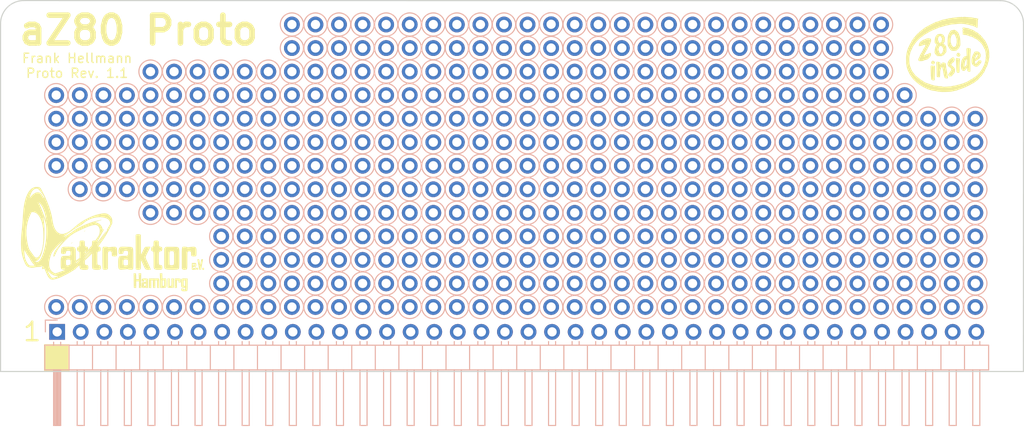
<source format=kicad_pcb>
(kicad_pcb (version 20221018) (generator pcbnew)
  (layers (0 "F.Cu" signal) (31 "B.Cu" signal) (34 "B.Paste" user) (35 "F.Paste" user) (36 "B.SilkS" user "B.Silkscreen") (37 "F.SilkS" user "F.Silkscreen") (38 "B.Mask" user) (39 "F.Mask" user) (44 "Edge.Cuts" user))
  (net 0 "")
  (net 1 "/USR4")
  (net 2 "/USR3")
  (net 3 "/USR2")
  (net 4 "/USR1")
  (net 5 "/RX")
  (net 6 "/TX")
  (net 7 "/D7")
  (net 8 "/D6")
  (net 9 "/D5")
  (net 10 "/D4")
  (net 11 "/D3")
  (net 12 "/D2")
  (net 13 "/D1")
  (net 14 "/D0")
  (net 15 "/IORQ")
  (net 16 "/RD")
  (net 17 "/WR")
  (net 18 "/MREQ")
  (net 19 "/CLOCK")
  (net 20 "/RESET")
  (net 21 "/M1")
  (net 22 "VCC")
  (net 23 "GND")
  (net 24 "/A0")
  (net 25 "/A1")
  (net 26 "/A2")
  (net 27 "/A3")
  (net 28 "/A4")
  (net 29 "/A5")
  (net 30 "/A6")
  (net 31 "/A7")
  (net 32 "/A8")
  (net 33 "/A9")
  (net 34 "/A10")
  (net 35 "/A11")
  (net 36 "/A12")
  (net 37 "/A13")
  (net 38 "/A14")
  (net 39 "/A15")
  (net 40 "/INT")
  (footprint "Backplane:attraktor" (layer "F.Cu") (at 95 100.2)
    (fp_text reference "G***" hide)
    (fp_text value "LOGO" hide)
  )
  (footprint "Backplane:Z80_inside" (layer "F.Cu") (at 184.95 80.01)
    (fp_text reference "G***" hide)
    (fp_text value "LOGO" hide)
  )
  (footprint "Connector_PinHeader_2.54mm:PinHeader_1x40_P2.54mm_Horizontal" (layer "B.Cu") (at 89 110 -90)
    (fp_text reference "J1")
    (fp_text value "Z80 Bus")
  )
  (footprint "Connector_Pin:Pin_D1.0mm_L10.0mm" (layer "B.Cu") (at 119.38 79.375)
    (fp_text reference "REF**" hide)
    (fp_text value "Pin_D1.0mm_L10.0mm" hide)
  )
  (footprint "Connector_Pin:Pin_D1.0mm_L10.0mm" (layer "B.Cu") (at 119.38 81.915)
    (fp_text reference "REF**" hide)
    (fp_text value "Pin_D1.0mm_L10.0mm" hide)
  )
  (footprint "Connector_Pin:Pin_D1.0mm_L10.0mm" (layer "B.Cu") (at 119.38 99.695)
    (fp_text reference "REF**" hide)
    (fp_text value "Pin_D1.0mm_L10.0mm" hide)
  )
  (footprint "Connector_Pin:Pin_D1.0mm_L10.0mm" (layer "B.Cu") (at 119.38 94.615)
    (fp_text reference "REF**" hide)
    (fp_text value "Pin_D1.0mm_L10.0mm" hide)
  )
  (footprint "Connector_Pin:Pin_D1.0mm_L10.0mm" (layer "B.Cu") (at 119.38 84.455)
    (fp_text reference "REF**" hide)
    (fp_text value "Pin_D1.0mm_L10.0mm" hide)
  )
  (footprint "Connector_Pin:Pin_D1.0mm_L10.0mm" (layer "B.Cu") (at 119.38 76.835)
    (fp_text reference "REF**" hide)
    (fp_text value "Pin_D1.0mm_L10.0mm" hide)
  )
  (footprint "Connector_Pin:Pin_D1.0mm_L10.0mm" (layer "B.Cu") (at 119.38 89.535)
    (fp_text reference "REF**" hide)
    (fp_text value "Pin_D1.0mm_L10.0mm" hide)
  )
  (footprint "Connector_Pin:Pin_D1.0mm_L10.0mm" (layer "B.Cu") (at 119.38 107.315)
    (fp_text reference "REF**" hide)
    (fp_text value "Pin_D1.0mm_L10.0mm" hide)
  )
  (footprint "Connector_Pin:Pin_D1.0mm_L10.0mm" (layer "B.Cu") (at 119.38 104.775)
    (fp_text reference "REF**" hide)
    (fp_text value "Pin_D1.0mm_L10.0mm" hide)
  )
  (footprint "Connector_Pin:Pin_D1.0mm_L10.0mm" (layer "B.Cu") (at 119.38 102.235)
    (fp_text reference "REF**" hide)
    (fp_text value "Pin_D1.0mm_L10.0mm" hide)
  )
  (footprint "Connector_Pin:Pin_D1.0mm_L10.0mm" (layer "B.Cu") (at 119.38 92.075)
    (fp_text reference "REF**" hide)
    (fp_text value "Pin_D1.0mm_L10.0mm" hide)
  )
  (footprint "Connector_Pin:Pin_D1.0mm_L10.0mm" (layer "B.Cu") (at 119.38 97.155)
    (fp_text reference "REF**" hide)
    (fp_text value "Pin_D1.0mm_L10.0mm" hide)
  )
  (footprint "Connector_Pin:Pin_D1.0mm_L10.0mm" (layer "B.Cu") (at 119.38 86.995)
    (fp_text reference "REF**" hide)
    (fp_text value "Pin_D1.0mm_L10.0mm" hide)
  )
  (footprint "Connector_Pin:Pin_D1.0mm_L10.0mm" (layer "B.Cu") (at 124.46 81.915)
    (fp_text reference "REF**" hide)
    (fp_text value "Pin_D1.0mm_L10.0mm" hide)
  )
  (footprint "Connector_Pin:Pin_D1.0mm_L10.0mm" (layer "B.Cu") (at 121.92 107.315)
    (fp_text reference "REF**" hide)
    (fp_text value "Pin_D1.0mm_L10.0mm" hide)
  )
  (footprint "Connector_Pin:Pin_D1.0mm_L10.0mm" (layer "B.Cu") (at 124.46 79.375)
    (fp_text reference "REF**" hide)
    (fp_text value "Pin_D1.0mm_L10.0mm" hide)
  )
  (footprint "Connector_Pin:Pin_D1.0mm_L10.0mm" (layer "B.Cu") (at 116.84 99.695)
    (fp_text reference "REF**" hide)
    (fp_text value "Pin_D1.0mm_L10.0mm" hide)
  )
  (footprint "Connector_Pin:Pin_D1.0mm_L10.0mm" (layer "B.Cu") (at 116.84 79.375)
    (fp_text reference "REF**" hide)
    (fp_text value "Pin_D1.0mm_L10.0mm" hide)
  )
  (footprint "Connector_Pin:Pin_D1.0mm_L10.0mm" (layer "B.Cu") (at 121.92 99.695)
    (fp_text reference "REF**" hide)
    (fp_text value "Pin_D1.0mm_L10.0mm" hide)
  )
  (footprint "Connector_Pin:Pin_D1.0mm_L10.0mm" (layer "B.Cu") (at 121.92 79.375)
    (fp_text reference "REF**" hide)
    (fp_text value "Pin_D1.0mm_L10.0mm" hide)
  )
  (footprint "Connector_Pin:Pin_D1.0mm_L10.0mm" (layer "B.Cu") (at 121.92 89.535)
    (fp_text reference "REF**" hide)
    (fp_text value "Pin_D1.0mm_L10.0mm" hide)
  )
  (footprint "Connector_Pin:Pin_D1.0mm_L10.0mm" (layer "B.Cu") (at 121.92 92.075)
    (fp_text reference "REF**" hide)
    (fp_text value "Pin_D1.0mm_L10.0mm" hide)
  )
  (footprint "Connector_Pin:Pin_D1.0mm_L10.0mm" (layer "B.Cu") (at 121.92 97.155)
    (fp_text reference "REF**" hide)
    (fp_text value "Pin_D1.0mm_L10.0mm" hide)
  )
  (footprint "Connector_Pin:Pin_D1.0mm_L10.0mm" (layer "B.Cu") (at 121.92 86.995)
    (fp_text reference "REF**" hide)
    (fp_text value "Pin_D1.0mm_L10.0mm" hide)
  )
  (footprint "Connector_Pin:Pin_D1.0mm_L10.0mm" (layer "B.Cu") (at 116.84 92.075)
    (fp_text reference "REF**" hide)
    (fp_text value "Pin_D1.0mm_L10.0mm" hide)
  )
  (footprint "Connector_Pin:Pin_D1.0mm_L10.0mm" (layer "B.Cu") (at 121.92 84.455)
    (fp_text reference "REF**" hide)
    (fp_text value "Pin_D1.0mm_L10.0mm" hide)
  )
  (footprint "Connector_Pin:Pin_D1.0mm_L10.0mm" (layer "B.Cu") (at 116.84 94.615)
    (fp_text reference "REF**" hide)
    (fp_text value "Pin_D1.0mm_L10.0mm" hide)
  )
  (footprint "Connector_Pin:Pin_D1.0mm_L10.0mm" (layer "B.Cu") (at 116.84 81.915)
    (fp_text reference "REF**" hide)
    (fp_text value "Pin_D1.0mm_L10.0mm" hide)
  )
  (footprint "Connector_Pin:Pin_D1.0mm_L10.0mm" (layer "B.Cu") (at 116.84 104.775)
    (fp_text reference "REF**" hide)
    (fp_text value "Pin_D1.0mm_L10.0mm" hide)
  )
  (footprint "Connector_Pin:Pin_D1.0mm_L10.0mm" (layer "B.Cu") (at 116.84 86.995)
    (fp_text reference "REF**" hide)
    (fp_text value "Pin_D1.0mm_L10.0mm" hide)
  )
  (footprint "Connector_Pin:Pin_D1.0mm_L10.0mm" (layer "B.Cu") (at 116.84 107.315)
    (fp_text reference "REF**" hide)
    (fp_text value "Pin_D1.0mm_L10.0mm" hide)
  )
  (footprint "Connector_Pin:Pin_D1.0mm_L10.0mm" (layer "B.Cu") (at 121.92 102.235)
    (fp_text reference "REF**" hide)
    (fp_text value "Pin_D1.0mm_L10.0mm" hide)
  )
  (footprint "Connector_Pin:Pin_D1.0mm_L10.0mm" (layer "B.Cu") (at 116.84 84.455)
    (fp_text reference "REF**" hide)
    (fp_text value "Pin_D1.0mm_L10.0mm" hide)
  )
  (footprint "Connector_Pin:Pin_D1.0mm_L10.0mm" (layer "B.Cu") (at 116.84 76.835)
    (fp_text reference "REF**" hide)
    (fp_text value "Pin_D1.0mm_L10.0mm" hide)
  )
  (footprint "Connector_Pin:Pin_D1.0mm_L10.0mm" (layer "B.Cu") (at 116.84 97.155)
    (fp_text reference "REF**" hide)
    (fp_text value "Pin_D1.0mm_L10.0mm" hide)
  )
  (footprint "Connector_Pin:Pin_D1.0mm_L10.0mm" (layer "B.Cu") (at 121.92 81.915)
    (fp_text reference "REF**" hide)
    (fp_text value "Pin_D1.0mm_L10.0mm" hide)
  )
  (footprint "Connector_Pin:Pin_D1.0mm_L10.0mm" (layer "B.Cu") (at 116.84 102.235)
    (fp_text reference "REF**" hide)
    (fp_text value "Pin_D1.0mm_L10.0mm" hide)
  )
  (footprint "Connector_Pin:Pin_D1.0mm_L10.0mm" (layer "B.Cu") (at 121.92 76.835)
    (fp_text reference "REF**" hide)
    (fp_text value "Pin_D1.0mm_L10.0mm" hide)
  )
  (footprint "Connector_Pin:Pin_D1.0mm_L10.0mm" (layer "B.Cu") (at 116.84 89.535)
    (fp_text reference "REF**" hide)
    (fp_text value "Pin_D1.0mm_L10.0mm" hide)
  )
  (footprint "Connector_Pin:Pin_D1.0mm_L10.0mm" (layer "B.Cu") (at 182.88 94.615)
    (fp_text reference "REF**" hide)
    (fp_text value "Pin_D1.0mm_L10.0mm" hide)
  )
  (footprint "Connector_Pin:Pin_D1.0mm_L10.0mm" (layer "B.Cu") (at 187.96 89.535)
    (fp_text reference "REF**" hide)
    (fp_text value "Pin_D1.0mm_L10.0mm" hide)
  )
  (footprint "Connector_Pin:Pin_D1.0mm_L10.0mm" (layer "B.Cu") (at 187.96 94.615)
    (fp_text reference "REF**" hide)
    (fp_text value "Pin_D1.0mm_L10.0mm" hide)
  )
  (footprint "Connector_Pin:Pin_D1.0mm_L10.0mm" (layer "B.Cu") (at 187.96 92.075)
    (fp_text reference "REF**" hide)
    (fp_text value "Pin_D1.0mm_L10.0mm" hide)
  )
  (footprint "Connector_Pin:Pin_D1.0mm_L10.0mm" (layer "B.Cu") (at 185.42 94.615)
    (fp_text reference "REF**" hide)
    (fp_text value "Pin_D1.0mm_L10.0mm" hide)
  )
  (footprint "Connector_Pin:Pin_D1.0mm_L10.0mm" (layer "B.Cu") (at 185.42 86.995)
    (fp_text reference "REF**" hide)
    (fp_text value "Pin_D1.0mm_L10.0mm" hide)
  )
  (footprint "Connector_Pin:Pin_D1.0mm_L10.0mm" (layer "B.Cu") (at 187.96 86.995)
    (fp_text reference "REF**" hide)
    (fp_text value "Pin_D1.0mm_L10.0mm" hide)
  )
  (footprint "Connector_Pin:Pin_D1.0mm_L10.0mm" (layer "B.Cu") (at 187.96 97.155)
    (fp_text reference "REF**" hide)
    (fp_text value "Pin_D1.0mm_L10.0mm" hide)
  )
  (footprint "Connector_Pin:Pin_D1.0mm_L10.0mm" (layer "B.Cu") (at 172.72 94.615)
    (fp_text reference "REF**" hide)
    (fp_text value "Pin_D1.0mm_L10.0mm" hide)
  )
  (footprint "Connector_Pin:Pin_D1.0mm_L10.0mm" (layer "B.Cu") (at 175.26 81.915)
    (fp_text reference "REF**" hide)
    (fp_text value "Pin_D1.0mm_L10.0mm" hide)
  )
  (footprint "Connector_Pin:Pin_D1.0mm_L10.0mm" (layer "B.Cu") (at 177.8 102.235)
    (fp_text reference "REF**" hide)
    (fp_text value "Pin_D1.0mm_L10.0mm" hide)
  )
  (footprint "Connector_Pin:Pin_D1.0mm_L10.0mm" (layer "B.Cu") (at 175.26 97.155)
    (fp_text reference "REF**" hide)
    (fp_text value "Pin_D1.0mm_L10.0mm" hide)
  )
  (footprint "Connector_Pin:Pin_D1.0mm_L10.0mm" (layer "B.Cu") (at 170.18 99.695)
    (fp_text reference "REF**" hide)
    (fp_text value "Pin_D1.0mm_L10.0mm" hide)
  )
  (footprint "Connector_Pin:Pin_D1.0mm_L10.0mm" (layer "B.Cu") (at 172.72 84.455)
    (fp_text reference "REF**" hide)
    (fp_text value "Pin_D1.0mm_L10.0mm" hide)
  )
  (footprint "Connector_Pin:Pin_D1.0mm_L10.0mm" (layer "B.Cu") (at 172.72 81.915)
    (fp_text reference "REF**" hide)
    (fp_text value "Pin_D1.0mm_L10.0mm" hide)
  )
  (footprint "Connector_Pin:Pin_D1.0mm_L10.0mm" (layer "B.Cu") (at 172.72 104.775)
    (fp_text reference "REF**" hide)
    (fp_text value "Pin_D1.0mm_L10.0mm" hide)
  )
  (footprint "Connector_Pin:Pin_D1.0mm_L10.0mm" (layer "B.Cu") (at 177.8 97.155)
    (fp_text reference "REF**" hide)
    (fp_text value "Pin_D1.0mm_L10.0mm" hide)
  )
  (footprint "Connector_Pin:Pin_D1.0mm_L10.0mm" (layer "B.Cu") (at 170.18 94.615)
    (fp_text reference "REF**" hide)
    (fp_text value "Pin_D1.0mm_L10.0mm" hide)
  )
  (footprint "Connector_Pin:Pin_D1.0mm_L10.0mm" (layer "B.Cu") (at 172.72 89.535)
    (fp_text reference "REF**" hide)
    (fp_text value "Pin_D1.0mm_L10.0mm" hide)
  )
  (footprint "Connector_Pin:Pin_D1.0mm_L10.0mm" (layer "B.Cu") (at 175.26 92.075)
    (fp_text reference "REF**" hide)
    (fp_text value "Pin_D1.0mm_L10.0mm" hide)
  )
  (footprint "Connector_Pin:Pin_D1.0mm_L10.0mm" (layer "B.Cu") (at 175.26 102.235)
    (fp_text reference "REF**" hide)
    (fp_text value "Pin_D1.0mm_L10.0mm" hide)
  )
  (footprint "Connector_Pin:Pin_D1.0mm_L10.0mm" (layer "B.Cu") (at 172.72 76.835)
    (fp_text reference "REF**" hide)
    (fp_text value "Pin_D1.0mm_L10.0mm" hide)
  )
  (footprint "Connector_Pin:Pin_D1.0mm_L10.0mm" (layer "B.Cu") (at 172.72 99.695)
    (fp_text reference "REF**" hide)
    (fp_text value "Pin_D1.0mm_L10.0mm" hide)
  )
  (footprint "Connector_Pin:Pin_D1.0mm_L10.0mm" (layer "B.Cu") (at 170.18 97.155)
    (fp_text reference "REF**" hide)
    (fp_text value "Pin_D1.0mm_L10.0mm" hide)
  )
  (footprint "Connector_Pin:Pin_D1.0mm_L10.0mm" (layer "B.Cu") (at 175.26 104.775)
    (fp_text reference "REF**" hide)
    (fp_text value "Pin_D1.0mm_L10.0mm" hide)
  )
  (footprint "Connector_Pin:Pin_D1.0mm_L10.0mm" (layer "B.Cu") (at 170.18 92.075)
    (fp_text reference "REF**" hide)
    (fp_text value "Pin_D1.0mm_L10.0mm" hide)
  )
  (footprint "Connector_Pin:Pin_D1.0mm_L10.0mm" (layer "B.Cu") (at 180.34 97.155)
    (fp_text reference "REF**" hide)
    (fp_text value "Pin_D1.0mm_L10.0mm" hide)
  )
  (footprint "Connector_Pin:Pin_D1.0mm_L10.0mm" (layer "B.Cu") (at 180.34 92.075)
    (fp_text reference "REF**" hide)
    (fp_text value "Pin_D1.0mm_L10.0mm" hide)
  )
  (footprint "Connector_Pin:Pin_D1.0mm_L10.0mm" (layer "B.Cu") (at 180.34 89.535)
    (fp_text reference "REF**" hide)
    (fp_text value "Pin_D1.0mm_L10.0mm" hide)
  )
  (footprint "Connector_Pin:Pin_D1.0mm_L10.0mm" (layer "B.Cu") (at 170.18 107.315)
    (fp_text reference "REF**" hide)
    (fp_text value "Pin_D1.0mm_L10.0mm" hide)
  )
  (footprint "Connector_Pin:Pin_D1.0mm_L10.0mm" (layer "B.Cu") (at 170.18 84.455)
    (fp_text reference "REF**" hide)
    (fp_text value "Pin_D1.0mm_L10.0mm" hide)
  )
  (footprint "Connector_Pin:Pin_D1.0mm_L10.0mm" (layer "B.Cu") (at 172.72 79.375)
    (fp_text reference "REF**" hide)
    (fp_text value "Pin_D1.0mm_L10.0mm" hide)
  )
  (footprint "Connector_Pin:Pin_D1.0mm_L10.0mm" (layer "B.Cu") (at 170.18 104.775)
    (fp_text reference "REF**" hide)
    (fp_text value "Pin_D1.0mm_L10.0mm" hide)
  )
  (footprint "Connector_Pin:Pin_D1.0mm_L10.0mm" (layer "B.Cu") (at 170.18 102.235)
    (fp_text reference "REF**" hide)
    (fp_text value "Pin_D1.0mm_L10.0mm" hide)
  )
  (footprint "Connector_Pin:Pin_D1.0mm_L10.0mm" (layer "B.Cu") (at 172.72 86.995)
    (fp_text reference "REF**" hide)
    (fp_text value "Pin_D1.0mm_L10.0mm" hide)
  )
  (footprint "Connector_Pin:Pin_D1.0mm_L10.0mm" (layer "B.Cu") (at 170.18 79.375)
    (fp_text reference "REF**" hide)
    (fp_text value "Pin_D1.0mm_L10.0mm" hide)
  )
  (footprint "Connector_Pin:Pin_D1.0mm_L10.0mm" (layer "B.Cu") (at 170.18 89.535)
    (fp_text reference "REF**" hide)
    (fp_text value "Pin_D1.0mm_L10.0mm" hide)
  )
  (footprint "Connector_Pin:Pin_D1.0mm_L10.0mm" (layer "B.Cu") (at 170.18 81.915)
    (fp_text reference "REF**" hide)
    (fp_text value "Pin_D1.0mm_L10.0mm" hide)
  )
  (footprint "Connector_Pin:Pin_D1.0mm_L10.0mm" (layer "B.Cu") (at 170.18 86.995)
    (fp_text reference "REF**" hide)
    (fp_text value "Pin_D1.0mm_L10.0mm" hide)
  )
  (footprint "Connector_Pin:Pin_D1.0mm_L10.0mm" (layer "B.Cu") (at 180.34 94.615)
    (fp_text reference "REF**" hide)
    (fp_text value "Pin_D1.0mm_L10.0mm" hide)
  )
  (footprint "Connector_Pin:Pin_D1.0mm_L10.0mm" (layer "B.Cu") (at 180.34 86.995)
    (fp_text reference "REF**" hide)
    (fp_text value "Pin_D1.0mm_L10.0mm" hide)
  )
  (footprint "Connector_Pin:Pin_D1.0mm_L10.0mm" (layer "B.Cu") (at 167.64 102.235)
    (fp_text reference "REF**" hide)
    (fp_text value "Pin_D1.0mm_L10.0mm" hide)
  )
  (footprint "Connector_Pin:Pin_D1.0mm_L10.0mm" (layer "B.Cu") (at 167.64 89.535)
    (fp_text reference "REF**" hide)
    (fp_text value "Pin_D1.0mm_L10.0mm" hide)
  )
  (footprint "Connector_Pin:Pin_D1.0mm_L10.0mm" (layer "B.Cu") (at 167.64 94.615)
    (fp_text reference "REF**" hide)
    (fp_text value "Pin_D1.0mm_L10.0mm" hide)
  )
  (footprint "Connector_Pin:Pin_D1.0mm_L10.0mm" (layer "B.Cu") (at 167.64 76.835)
    (fp_text reference "REF**" hide)
    (fp_text value "Pin_D1.0mm_L10.0mm" hide)
  )
  (footprint "Connector_Pin:Pin_D1.0mm_L10.0mm" (layer "B.Cu") (at 167.64 81.915)
    (fp_text reference "REF**" hide)
    (fp_text value "Pin_D1.0mm_L10.0mm" hide)
  )
  (footprint "Connector_Pin:Pin_D1.0mm_L10.0mm" (layer "B.Cu") (at 165.1 99.695)
    (fp_text reference "REF**" hide)
    (fp_text value "Pin_D1.0mm_L10.0mm" hide)
  )
  (footprint "Connector_Pin:Pin_D1.0mm_L10.0mm" (layer "B.Cu") (at 162.56 89.535)
    (fp_text reference "REF**" hide)
    (fp_text value "Pin_D1.0mm_L10.0mm" hide)
  )
  (footprint "Connector_Pin:Pin_D1.0mm_L10.0mm" (layer "B.Cu") (at 162.56 99.695)
    (fp_text reference "REF**" hide)
    (fp_text value "Pin_D1.0mm_L10.0mm" hide)
  )
  (footprint "Connector_Pin:Pin_D1.0mm_L10.0mm" (layer "B.Cu") (at 162.56 84.455)
    (fp_text reference "REF**" hide)
    (fp_text value "Pin_D1.0mm_L10.0mm" hide)
  )
  (footprint "Connector_Pin:Pin_D1.0mm_L10.0mm" (layer "B.Cu") (at 167.64 86.995)
    (fp_text reference "REF**" hide)
    (fp_text value "Pin_D1.0mm_L10.0mm" hide)
  )
  (footprint "Connector_Pin:Pin_D1.0mm_L10.0mm" (layer "B.Cu") (at 165.1 76.835)
    (fp_text reference "REF**" hide)
    (fp_text value "Pin_D1.0mm_L10.0mm" hide)
  )
  (footprint "Connector_Pin:Pin_D1.0mm_L10.0mm" (layer "B.Cu") (at 167.64 99.695)
    (fp_text reference "REF**" hide)
    (fp_text value "Pin_D1.0mm_L10.0mm" hide)
  )
  (footprint "Connector_Pin:Pin_D1.0mm_L10.0mm" (layer "B.Cu") (at 165.1 97.155)
    (fp_text reference "REF**" hide)
    (fp_text value "Pin_D1.0mm_L10.0mm" hide)
  )
  (footprint "Connector_Pin:Pin_D1.0mm_L10.0mm" (layer "B.Cu") (at 167.64 104.775)
    (fp_text reference "REF**" hide)
    (fp_text value "Pin_D1.0mm_L10.0mm" hide)
  )
  (footprint "Connector_Pin:Pin_D1.0mm_L10.0mm" (layer "B.Cu") (at 167.64 97.155)
    (fp_text reference "REF**" hide)
    (fp_text value "Pin_D1.0mm_L10.0mm" hide)
  )
  (footprint "Connector_Pin:Pin_D1.0mm_L10.0mm" (layer "B.Cu") (at 167.64 107.315)
    (fp_text reference "REF**" hide)
    (fp_text value "Pin_D1.0mm_L10.0mm" hide)
  )
  (footprint "Connector_Pin:Pin_D1.0mm_L10.0mm" (layer "B.Cu") (at 154.94 107.315)
    (fp_text reference "REF**" hide)
    (fp_text value "Pin_D1.0mm_L10.0mm" hide)
  )
  (footprint "Connector_Pin:Pin_D1.0mm_L10.0mm" (layer "B.Cu") (at 157.48 81.915)
    (fp_text reference "REF**" hide)
    (fp_text value "Pin_D1.0mm_L10.0mm" hide)
  )
  (footprint "Connector_Pin:Pin_D1.0mm_L10.0mm" (layer "B.Cu") (at 165.1 107.315)
    (fp_text reference "REF**" hide)
    (fp_text value "Pin_D1.0mm_L10.0mm" hide)
  )
  (footprint "Connector_Pin:Pin_D1.0mm_L10.0mm" (layer "B.Cu") (at 162.56 107.315)
    (fp_text reference "REF**" hide)
    (fp_text value "Pin_D1.0mm_L10.0mm" hide)
  )
  (footprint "Connector_Pin:Pin_D1.0mm_L10.0mm" (layer "B.Cu") (at 162.56 79.375)
    (fp_text reference "REF**" hide)
    (fp_text value "Pin_D1.0mm_L10.0mm" hide)
  )
  (footprint "Connector_Pin:Pin_D1.0mm_L10.0mm" (layer "B.Cu") (at 165.1 86.995)
    (fp_text reference "REF**" hide)
    (fp_text value "Pin_D1.0mm_L10.0mm" hide)
  )
  (footprint "Connector_Pin:Pin_D1.0mm_L10.0mm" (layer "B.Cu") (at 165.1 84.455)
    (fp_text reference "REF**" hide)
    (fp_text value "Pin_D1.0mm_L10.0mm" hide)
  )
  (footprint "Connector_Pin:Pin_D1.0mm_L10.0mm" (layer "B.Cu") (at 165.1 92.075)
    (fp_text reference "REF**" hide)
    (fp_text value "Pin_D1.0mm_L10.0mm" hide)
  )
  (footprint "Connector_Pin:Pin_D1.0mm_L10.0mm" (layer "B.Cu") (at 165.1 79.375)
    (fp_text reference "REF**" hide)
    (fp_text value "Pin_D1.0mm_L10.0mm" hide)
  )
  (footprint "Connector_Pin:Pin_D1.0mm_L10.0mm" (layer "B.Cu") (at 162.56 86.995)
    (fp_text reference "REF**" hide)
    (fp_text value "Pin_D1.0mm_L10.0mm" hide)
  )
  (footprint "Connector_Pin:Pin_D1.0mm_L10.0mm" (layer "B.Cu") (at 167.64 79.375)
    (fp_text reference "REF**" hide)
    (fp_text value "Pin_D1.0mm_L10.0mm" hide)
  )
  (footprint "Connector_Pin:Pin_D1.0mm_L10.0mm" (layer "B.Cu") (at 167.64 84.455)
    (fp_text reference "REF**" hide)
    (fp_text value "Pin_D1.0mm_L10.0mm" hide)
  )
  (footprint "Connector_Pin:Pin_D1.0mm_L10.0mm" (layer "B.Cu") (at 165.1 102.235)
    (fp_text reference "REF**" hide)
    (fp_text value "Pin_D1.0mm_L10.0mm" hide)
  )
  (footprint "Connector_Pin:Pin_D1.0mm_L10.0mm" (layer "B.Cu") (at 157.48 94.615)
    (fp_text reference "REF**" hide)
    (fp_text value "Pin_D1.0mm_L10.0mm" hide)
  )
  (footprint "Connector_Pin:Pin_D1.0mm_L10.0mm" (layer "B.Cu") (at 165.1 81.915)
    (fp_text reference "REF**" hide)
    (fp_text value "Pin_D1.0mm_L10.0mm" hide)
  )
  (footprint "Connector_Pin:Pin_D1.0mm_L10.0mm" (layer "B.Cu") (at 162.56 92.075)
    (fp_text reference "REF**" hide)
    (fp_text value "Pin_D1.0mm_L10.0mm" hide)
  )
  (footprint "Connector_Pin:Pin_D1.0mm_L10.0mm" (layer "B.Cu") (at 162.56 104.775)
    (fp_text reference "REF**" hide)
    (fp_text value "Pin_D1.0mm_L10.0mm" hide)
  )
  (footprint "Connector_Pin:Pin_D1.0mm_L10.0mm" (layer "B.Cu") (at 165.1 94.615)
    (fp_text reference "REF**" hide)
    (fp_text value "Pin_D1.0mm_L10.0mm" hide)
  )
  (footprint "Connector_Pin:Pin_D1.0mm_L10.0mm" (layer "B.Cu") (at 165.1 89.535)
    (fp_text reference "REF**" hide)
    (fp_text value "Pin_D1.0mm_L10.0mm" hide)
  )
  (footprint "Connector_Pin:Pin_D1.0mm_L10.0mm" (layer "B.Cu") (at 170.18 76.835)
    (fp_text reference "REF**" hide)
    (fp_text value "Pin_D1.0mm_L10.0mm" hide)
  )
  (footprint "Connector_Pin:Pin_D1.0mm_L10.0mm" (layer "B.Cu") (at 167.64 92.075)
    (fp_text reference "REF**" hide)
    (fp_text value "Pin_D1.0mm_L10.0mm" hide)
  )
  (footprint "Connector_Pin:Pin_D1.0mm_L10.0mm" (layer "B.Cu") (at 165.1 104.775)
    (fp_text reference "REF**" hide)
    (fp_text value "Pin_D1.0mm_L10.0mm" hide)
  )
  (footprint "Connector_Pin:Pin_D1.0mm_L10.0mm" (layer "B.Cu") (at 162.56 97.155)
    (fp_text reference "REF**" hide)
    (fp_text value "Pin_D1.0mm_L10.0mm" hide)
  )
  (footprint "Connector_Pin:Pin_D1.0mm_L10.0mm" (layer "B.Cu") (at 162.56 94.615)
    (fp_text reference "REF**" hide)
    (fp_text value "Pin_D1.0mm_L10.0mm" hide)
  )
  (footprint "Connector_Pin:Pin_D1.0mm_L10.0mm" (layer "B.Cu") (at 152.4 102.235)
    (fp_text reference "REF**" hide)
    (fp_text value "Pin_D1.0mm_L10.0mm" hide)
  )
  (footprint "Connector_Pin:Pin_D1.0mm_L10.0mm" (layer "B.Cu") (at 154.94 86.995)
    (fp_text reference "REF**" hide)
    (fp_text value "Pin_D1.0mm_L10.0mm" hide)
  )
  (footprint "Connector_Pin:Pin_D1.0mm_L10.0mm" (layer "B.Cu") (at 154.94 94.615)
    (fp_text reference "REF**" hide)
    (fp_text value "Pin_D1.0mm_L10.0mm" hide)
  )
  (footprint "Connector_Pin:Pin_D1.0mm_L10.0mm" (layer "B.Cu") (at 157.48 84.455)
    (fp_text reference "REF**" hide)
    (fp_text value "Pin_D1.0mm_L10.0mm" hide)
  )
  (footprint "Connector_Pin:Pin_D1.0mm_L10.0mm" (layer "B.Cu") (at 157.48 104.775)
    (fp_text reference "REF**" hide)
    (fp_text value "Pin_D1.0mm_L10.0mm" hide)
  )
  (footprint "Connector_Pin:Pin_D1.0mm_L10.0mm" (layer "B.Cu") (at 157.48 86.995)
    (fp_text reference "REF**" hide)
    (fp_text value "Pin_D1.0mm_L10.0mm" hide)
  )
  (footprint "Connector_Pin:Pin_D1.0mm_L10.0mm" (layer "B.Cu") (at 157.48 79.375)
    (fp_text reference "REF**" hide)
    (fp_text value "Pin_D1.0mm_L10.0mm" hide)
  )
  (footprint "Connector_Pin:Pin_D1.0mm_L10.0mm" (layer "B.Cu") (at 154.94 84.455)
    (fp_text reference "REF**" hide)
    (fp_text value "Pin_D1.0mm_L10.0mm" hide)
  )
  (footprint "Connector_Pin:Pin_D1.0mm_L10.0mm" (layer "B.Cu") (at 154.94 79.375)
    (fp_text reference "REF**" hide)
    (fp_text value "Pin_D1.0mm_L10.0mm" hide)
  )
  (footprint "Connector_Pin:Pin_D1.0mm_L10.0mm" (layer "B.Cu") (at 154.94 76.835)
    (fp_text reference "REF**" hide)
    (fp_text value "Pin_D1.0mm_L10.0mm" hide)
  )
  (footprint "Connector_Pin:Pin_D1.0mm_L10.0mm" (layer "B.Cu") (at 157.48 89.535)
    (fp_text reference "REF**" hide)
    (fp_text value "Pin_D1.0mm_L10.0mm" hide)
  )
  (footprint "Connector_Pin:Pin_D1.0mm_L10.0mm" (layer "B.Cu") (at 157.48 107.315)
    (fp_text reference "REF**" hide)
    (fp_text value "Pin_D1.0mm_L10.0mm" hide)
  )
  (footprint "Connector_Pin:Pin_D1.0mm_L10.0mm" (layer "B.Cu") (at 157.48 99.695)
    (fp_text reference "REF**" hide)
    (fp_text value "Pin_D1.0mm_L10.0mm" hide)
  )
  (footprint "Connector_Pin:Pin_D1.0mm_L10.0mm" (layer "B.Cu") (at 157.48 102.235)
    (fp_text reference "REF**" hide)
    (fp_text value "Pin_D1.0mm_L10.0mm" hide)
  )
  (footprint "Connector_Pin:Pin_D1.0mm_L10.0mm" (layer "B.Cu") (at 157.48 92.075)
    (fp_text reference "REF**" hide)
    (fp_text value "Pin_D1.0mm_L10.0mm" hide)
  )
  (footprint "Connector_Pin:Pin_D1.0mm_L10.0mm" (layer "B.Cu") (at 152.4 97.155)
    (fp_text reference "REF**" hide)
    (fp_text value "Pin_D1.0mm_L10.0mm" hide)
  )
  (footprint "Connector_Pin:Pin_D1.0mm_L10.0mm" (layer "B.Cu") (at 152.4 92.075)
    (fp_text reference "REF**" hide)
    (fp_text value "Pin_D1.0mm_L10.0mm" hide)
  )
  (footprint "Connector_Pin:Pin_D1.0mm_L10.0mm" (layer "B.Cu") (at 157.48 76.835)
    (fp_text reference "REF**" hide)
    (fp_text value "Pin_D1.0mm_L10.0mm" hide)
  )
  (footprint "Connector_Pin:Pin_D1.0mm_L10.0mm" (layer "B.Cu") (at 152.4 107.315)
    (fp_text reference "REF**" hide)
    (fp_text value "Pin_D1.0mm_L10.0mm" hide)
  )
  (footprint "Connector_Pin:Pin_D1.0mm_L10.0mm" (layer "B.Cu") (at 162.56 102.235)
    (fp_text reference "REF**" hide)
    (fp_text value "Pin_D1.0mm_L10.0mm" hide)
  )
  (footprint "Connector_Pin:Pin_D1.0mm_L10.0mm" (layer "B.Cu") (at 154.94 89.535)
    (fp_text reference "REF**" hide)
    (fp_text value "Pin_D1.0mm_L10.0mm" hide)
  )
  (footprint "Connector_Pin:Pin_D1.0mm_L10.0mm" (layer "B.Cu") (at 154.94 99.695)
    (fp_text reference "REF**" hide)
    (fp_text value "Pin_D1.0mm_L10.0mm" hide)
  )
  (footprint "Connector_Pin:Pin_D1.0mm_L10.0mm" (layer "B.Cu") (at 154.94 102.235)
    (fp_text reference "REF**" hide)
    (fp_text value "Pin_D1.0mm_L10.0mm" hide)
  )
  (footprint "Connector_Pin:Pin_D1.0mm_L10.0mm" (layer "B.Cu") (at 154.94 104.775)
    (fp_text reference "REF**" hide)
    (fp_text value "Pin_D1.0mm_L10.0mm" hide)
  )
  (footprint "Connector_Pin:Pin_D1.0mm_L10.0mm" (layer "B.Cu") (at 152.4 94.615)
    (fp_text reference "REF**" hide)
    (fp_text value "Pin_D1.0mm_L10.0mm" hide)
  )
  (footprint "Connector_Pin:Pin_D1.0mm_L10.0mm" (layer "B.Cu") (at 152.4 99.695)
    (fp_text reference "REF**" hide)
    (fp_text value "Pin_D1.0mm_L10.0mm" hide)
  )
  (footprint "Connector_Pin:Pin_D1.0mm_L10.0mm" (layer "B.Cu") (at 154.94 81.915)
    (fp_text reference "REF**" hide)
    (fp_text value "Pin_D1.0mm_L10.0mm" hide)
  )
  (footprint "Connector_Pin:Pin_D1.0mm_L10.0mm" (layer "B.Cu") (at 154.94 97.155)
    (fp_text reference "REF**" hide)
    (fp_text value "Pin_D1.0mm_L10.0mm" hide)
  )
  (footprint "Connector_Pin:Pin_D1.0mm_L10.0mm" (layer "B.Cu") (at 152.4 81.915)
    (fp_text reference "REF**" hide)
    (fp_text value "Pin_D1.0mm_L10.0mm" hide)
  )
  (footprint "Connector_Pin:Pin_D1.0mm_L10.0mm" (layer "B.Cu") (at 149.86 92.075)
    (fp_text reference "REF**" hide)
    (fp_text value "Pin_D1.0mm_L10.0mm" hide)
  )
  (footprint "Connector_Pin:Pin_D1.0mm_L10.0mm" (layer "B.Cu") (at 160.02 99.695)
    (fp_text reference "REF**" hide)
    (fp_text value "Pin_D1.0mm_L10.0mm" hide)
  )
  (footprint "Connector_Pin:Pin_D1.0mm_L10.0mm" (layer "B.Cu") (at 160.02 92.075)
    (fp_text reference "REF**" hide)
    (fp_text value "Pin_D1.0mm_L10.0mm" hide)
  )
  (footprint "Connector_Pin:Pin_D1.0mm_L10.0mm" (layer "B.Cu") (at 160.02 89.535)
    (fp_text reference "REF**" hide)
    (fp_text value "Pin_D1.0mm_L10.0mm" hide)
  )
  (footprint "Connector_Pin:Pin_D1.0mm_L10.0mm" (layer "B.Cu") (at 160.02 84.455)
    (fp_text reference "REF**" hide)
    (fp_text value "Pin_D1.0mm_L10.0mm" hide)
  )
  (footprint "Connector_Pin:Pin_D1.0mm_L10.0mm" (layer "B.Cu") (at 149.86 76.835)
    (fp_text reference "REF**" hide)
    (fp_text value "Pin_D1.0mm_L10.0mm" hide)
  )
  (footprint "Connector_Pin:Pin_D1.0mm_L10.0mm" (layer "B.Cu") (at 152.4 76.835)
    (fp_text reference "REF**" hide)
    (fp_text value "Pin_D1.0mm_L10.0mm" hide)
  )
  (footprint "Connector_Pin:Pin_D1.0mm_L10.0mm" (layer "B.Cu") (at 149.86 97.155)
    (fp_text reference "REF**" hide)
    (fp_text value "Pin_D1.0mm_L10.0mm" hide)
  )
  (footprint "Connector_Pin:Pin_D1.0mm_L10.0mm" (layer "B.Cu") (at 152.4 79.375)
    (fp_text reference "REF**" hide)
    (fp_text value "Pin_D1.0mm_L10.0mm" hide)
  )
  (footprint "Connector_Pin:Pin_D1.0mm_L10.0mm" (layer "B.Cu") (at 149.86 102.235)
    (fp_text reference "REF**" hide)
    (fp_text value "Pin_D1.0mm_L10.0mm" hide)
  )
  (footprint "Connector_Pin:Pin_D1.0mm_L10.0mm" (layer "B.Cu") (at 149.86 104.775)
    (fp_text reference "REF**" hide)
    (fp_text value "Pin_D1.0mm_L10.0mm" hide)
  )
  (footprint "Connector_Pin:Pin_D1.0mm_L10.0mm" (layer "B.Cu") (at 160.02 104.775)
    (fp_text reference "REF**" hide)
    (fp_text value "Pin_D1.0mm_L10.0mm" hide)
  )
  (footprint "Connector_Pin:Pin_D1.0mm_L10.0mm" (layer "B.Cu") (at 149.86 89.535)
    (fp_text reference "REF**" hide)
    (fp_text value "Pin_D1.0mm_L10.0mm" hide)
  )
  (footprint "Connector_Pin:Pin_D1.0mm_L10.0mm" (layer "B.Cu") (at 149.86 86.995)
    (fp_text reference "REF**" hide)
    (fp_text value "Pin_D1.0mm_L10.0mm" hide)
  )
  (footprint "Connector_Pin:Pin_D1.0mm_L10.0mm" (layer "B.Cu") (at 149.86 79.375)
    (fp_text reference "REF**" hide)
    (fp_text value "Pin_D1.0mm_L10.0mm" hide)
  )
  (footprint "Connector_Pin:Pin_D1.0mm_L10.0mm" (layer "B.Cu") (at 160.02 79.375)
    (fp_text reference "REF**" hide)
    (fp_text value "Pin_D1.0mm_L10.0mm" hide)
  )
  (footprint "Connector_Pin:Pin_D1.0mm_L10.0mm" (layer "B.Cu") (at 160.02 102.235)
    (fp_text reference "REF**" hide)
    (fp_text value "Pin_D1.0mm_L10.0mm" hide)
  )
  (footprint "Connector_Pin:Pin_D1.0mm_L10.0mm" (layer "B.Cu") (at 152.4 84.455)
    (fp_text reference "REF**" hide)
    (fp_text value "Pin_D1.0mm_L10.0mm" hide)
  )
  (footprint "Connector_Pin:Pin_D1.0mm_L10.0mm" (layer "B.Cu") (at 160.02 97.155)
    (fp_text reference "REF**" hide)
    (fp_text value "Pin_D1.0mm_L10.0mm" hide)
  )
  (footprint "Connector_Pin:Pin_D1.0mm_L10.0mm" (layer "B.Cu") (at 154.94 92.075)
    (fp_text reference "REF**" hide)
    (fp_text value "Pin_D1.0mm_L10.0mm" hide)
  )
  (footprint "Connector_Pin:Pin_D1.0mm_L10.0mm" (layer "B.Cu") (at 160.02 107.315)
    (fp_text reference "REF**" hide)
    (fp_text value "Pin_D1.0mm_L10.0mm" hide)
  )
  (footprint "Connector_Pin:Pin_D1.0mm_L10.0mm" (layer "B.Cu") (at 162.56 81.915)
    (fp_text reference "REF**" hide)
    (fp_text value "Pin_D1.0mm_L10.0mm" hide)
  )
  (footprint "Connector_Pin:Pin_D1.0mm_L10.0mm" (layer "B.Cu") (at 162.56 76.835)
    (fp_text reference "REF**" hide)
    (fp_text value "Pin_D1.0mm_L10.0mm" hide)
  )
  (footprint "Connector_Pin:Pin_D1.0mm_L10.0mm" (layer "B.Cu") (at 149.86 99.695)
    (fp_text reference "REF**" hide)
    (fp_text value "Pin_D1.0mm_L10.0mm" hide)
  )
  (footprint "Connector_Pin:Pin_D1.0mm_L10.0mm" (layer "B.Cu") (at 149.86 94.615)
    (fp_text reference "REF**" hide)
    (fp_text value "Pin_D1.0mm_L10.0mm" hide)
  )
  (footprint "Connector_Pin:Pin_D1.0mm_L10.0mm" (layer "B.Cu") (at 149.86 107.315)
    (fp_text reference "REF**" hide)
    (fp_text value "Pin_D1.0mm_L10.0mm" hide)
  )
  (footprint "Connector_Pin:Pin_D1.0mm_L10.0mm" (layer "B.Cu") (at 152.4 86.995)
    (fp_text reference "REF**" hide)
    (fp_text value "Pin_D1.0mm_L10.0mm" hide)
  )
  (footprint "Connector_Pin:Pin_D1.0mm_L10.0mm" (layer "B.Cu") (at 160.02 81.915)
    (fp_text reference "REF**" hide)
    (fp_text value "Pin_D1.0mm_L10.0mm" hide)
  )
  (footprint "Connector_Pin:Pin_D1.0mm_L10.0mm" (layer "B.Cu") (at 160.02 76.835)
    (fp_text reference "REF**" hide)
    (fp_text value "Pin_D1.0mm_L10.0mm" hide)
  )
  (footprint "Connector_Pin:Pin_D1.0mm_L10.0mm" (layer "B.Cu") (at 149.86 81.915)
    (fp_text reference "REF**" hide)
    (fp_text value "Pin_D1.0mm_L10.0mm" hide)
  )
  (footprint "Connector_Pin:Pin_D1.0mm_L10.0mm" (layer "B.Cu") (at 160.02 94.615)
    (fp_text reference "REF**" hide)
    (fp_text value "Pin_D1.0mm_L10.0mm" hide)
  )
  (footprint "Connector_Pin:Pin_D1.0mm_L10.0mm" (layer "B.Cu") (at 160.02 86.995)
    (fp_text reference "REF**" hide)
    (fp_text value "Pin_D1.0mm_L10.0mm" hide)
  )
  (footprint "Connector_Pin:Pin_D1.0mm_L10.0mm" (layer "B.Cu") (at 152.4 89.535)
    (fp_text reference "REF**" hide)
    (fp_text value "Pin_D1.0mm_L10.0mm" hide)
  )
  (footprint "Connector_Pin:Pin_D1.0mm_L10.0mm" (layer "B.Cu") (at 152.4 104.775)
    (fp_text reference "REF**" hide)
    (fp_text value "Pin_D1.0mm_L10.0mm" hide)
  )
  (footprint "Connector_Pin:Pin_D1.0mm_L10.0mm" (layer "B.Cu") (at 157.48 97.155)
    (fp_text reference "REF**" hide)
    (fp_text value "Pin_D1.0mm_L10.0mm" hide)
  )
  (footprint "Connector_Pin:Pin_D1.0mm_L10.0mm" (layer "B.Cu") (at 149.86 84.455)
    (fp_text reference "REF**" hide)
    (fp_text value "Pin_D1.0mm_L10.0mm" hide)
  )
  (footprint "Connector_Pin:Pin_D1.0mm_L10.0mm" (layer "B.Cu") (at 134.62 94.615)
    (fp_text reference "REF**" hide)
    (fp_text value "Pin_D1.0mm_L10.0mm" hide)
  )
  (footprint "Connector_Pin:Pin_D1.0mm_L10.0mm" (layer "B.Cu") (at 134.62 89.535)
    (fp_text reference "REF**" hide)
    (fp_text value "Pin_D1.0mm_L10.0mm" hide)
  )
  (footprint "Connector_Pin:Pin_D1.0mm_L10.0mm" (layer "B.Cu") (at 132.08 97.155)
    (fp_text reference "REF**" hide)
    (fp_text value "Pin_D1.0mm_L10.0mm" hide)
  )
  (footprint "Connector_Pin:Pin_D1.0mm_L10.0mm" (layer "B.Cu") (at 137.16 89.535)
    (fp_text reference "REF**" hide)
    (fp_text value "Pin_D1.0mm_L10.0mm" hide)
  )
  (footprint "Connector_Pin:Pin_D1.0mm_L10.0mm" (layer "B.Cu") (at 137.16 99.695)
    (fp_text reference "REF**" hide)
    (fp_text value "Pin_D1.0mm_L10.0mm" hide)
  )
  (footprint "Connector_Pin:Pin_D1.0mm_L10.0mm" (layer "B.Cu") (at 134.62 102.235)
    (fp_text reference "REF**" hide)
    (fp_text value "Pin_D1.0mm_L10.0mm" hide)
  )
  (footprint "Connector_Pin:Pin_D1.0mm_L10.0mm" (layer "B.Cu") (at 134.62 104.775)
    (fp_text reference "REF**" hide)
    (fp_text value "Pin_D1.0mm_L10.0mm" hide)
  )
  (footprint "Connector_Pin:Pin_D1.0mm_L10.0mm" (layer "B.Cu") (at 137.16 84.455)
    (fp_text reference "REF**" hide)
    (fp_text value "Pin_D1.0mm_L10.0mm" hide)
  )
  (footprint "Connector_Pin:Pin_D1.0mm_L10.0mm" (layer "B.Cu") (at 134.62 79.375)
    (fp_text reference "REF**" hide)
    (fp_text value "Pin_D1.0mm_L10.0mm" hide)
  )
  (footprint "Connector_Pin:Pin_D1.0mm_L10.0mm" (layer "B.Cu") (at 132.08 92.075)
    (fp_text reference "REF**" hide)
    (fp_text value "Pin_D1.0mm_L10.0mm" hide)
  )
  (footprint "Connector_Pin:Pin_D1.0mm_L10.0mm" (layer "B.Cu") (at 132.08 107.315)
    (fp_text reference "REF**" hide)
    (fp_text value "Pin_D1.0mm_L10.0mm" hide)
  )
  (footprint "Connector_Pin:Pin_D1.0mm_L10.0mm" (layer "B.Cu") (at 137.16 104.775)
    (fp_text reference "REF**" hide)
    (fp_text value "Pin_D1.0mm_L10.0mm" hide)
  )
  (footprint "Connector_Pin:Pin_D1.0mm_L10.0mm" (layer "B.Cu") (at 134.62 76.835)
    (fp_text reference "REF**" hide)
    (fp_text value "Pin_D1.0mm_L10.0mm" hide)
  )
  (footprint "Connector_Pin:Pin_D1.0mm_L10.0mm" (layer "B.Cu") (at 132.08 94.615)
    (fp_text reference "REF**" hide)
    (fp_text value "Pin_D1.0mm_L10.0mm" hide)
  )
  (footprint "Connector_Pin:Pin_D1.0mm_L10.0mm" (layer "B.Cu") (at 132.08 99.695)
    (fp_text reference "REF**" hide)
    (fp_text value "Pin_D1.0mm_L10.0mm" hide)
  )
  (footprint "Connector_Pin:Pin_D1.0mm_L10.0mm" (layer "B.Cu") (at 137.16 107.315)
    (fp_text reference "REF**" hide)
    (fp_text value "Pin_D1.0mm_L10.0mm" hide)
  )
  (footprint "Connector_Pin:Pin_D1.0mm_L10.0mm" (layer "B.Cu") (at 134.62 92.075)
    (fp_text reference "REF**" hide)
    (fp_text value "Pin_D1.0mm_L10.0mm" hide)
  )
  (footprint "Connector_Pin:Pin_D1.0mm_L10.0mm" (layer "B.Cu") (at 137.16 92.075)
    (fp_text reference "REF**" hide)
    (fp_text value "Pin_D1.0mm_L10.0mm" hide)
  )
  (footprint "Connector_Pin:Pin_D1.0mm_L10.0mm" (layer "B.Cu") (at 134.62 99.695)
    (fp_text reference "REF**" hide)
    (fp_text value "Pin_D1.0mm_L10.0mm" hide)
  )
  (footprint "Connector_Pin:Pin_D1.0mm_L10.0mm" (layer "B.Cu") (at 137.16 76.835)
    (fp_text reference "REF**" hide)
    (fp_text value "Pin_D1.0mm_L10.0mm" hide)
  )
  (footprint "Connector_Pin:Pin_D1.0mm_L10.0mm" (layer "B.Cu") (at 134.62 84.455)
    (fp_text reference "REF**" hide)
    (fp_text value "Pin_D1.0mm_L10.0mm" hide)
  )
  (footprint "Connector_Pin:Pin_D1.0mm_L10.0mm" (layer "B.Cu") (at 134.62 81.915)
    (fp_text reference "REF**" hide)
    (fp_text value "Pin_D1.0mm_L10.0mm" hide)
  )
  (footprint "Connector_Pin:Pin_D1.0mm_L10.0mm" (layer "B.Cu") (at 132.08 89.535)
    (fp_text reference "REF**" hide)
    (fp_text value "Pin_D1.0mm_L10.0mm" hide)
  )
  (footprint "Connector_Pin:Pin_D1.0mm_L10.0mm" (layer "B.Cu") (at 137.16 102.235)
    (fp_text reference "REF**" hide)
    (fp_text value "Pin_D1.0mm_L10.0mm" hide)
  )
  (footprint "Connector_Pin:Pin_D1.0mm_L10.0mm" (layer "B.Cu") (at 137.16 97.155)
    (fp_text reference "REF**" hide)
    (fp_text value "Pin_D1.0mm_L10.0mm" hide)
  )
  (footprint "Connector_Pin:Pin_D1.0mm_L10.0mm" (layer "B.Cu") (at 132.08 81.915)
    (fp_text reference "REF**" hide)
    (fp_text value "Pin_D1.0mm_L10.0mm" hide)
  )
  (footprint "Connector_Pin:Pin_D1.0mm_L10.0mm" (layer "B.Cu") (at 139.7 81.915)
    (fp_text reference "REF**" hide)
    (fp_text value "Pin_D1.0mm_L10.0mm" hide)
  )
  (footprint "Connector_Pin:Pin_D1.0mm_L10.0mm" (layer "B.Cu") (at 129.54 79.375)
    (fp_text reference "REF**" hide)
    (fp_text value "Pin_D1.0mm_L10.0mm" hide)
  )
  (footprint "Connector_Pin:Pin_D1.0mm_L10.0mm" (layer "B.Cu") (at 134.62 97.155)
    (fp_text reference "REF**" hide)
    (fp_text value "Pin_D1.0mm_L10.0mm" hide)
  )
  (footprint "Connector_Pin:Pin_D1.0mm_L10.0mm" (layer "B.Cu") (at 129.54 102.235)
    (fp_text reference "REF**" hide)
    (fp_text value "Pin_D1.0mm_L10.0mm" hide)
  )
  (footprint "Connector_Pin:Pin_D1.0mm_L10.0mm" (layer "B.Cu") (at 142.24 102.235)
    (fp_text reference "REF**" hide)
    (fp_text value "Pin_D1.0mm_L10.0mm" hide)
  )
  (footprint "Connector_Pin:Pin_D1.0mm_L10.0mm" (layer "B.Cu") (at 132.08 104.775)
    (fp_text reference "REF**" hide)
    (fp_text value "Pin_D1.0mm_L10.0mm" hide)
  )
  (footprint "Connector_Pin:Pin_D1.0mm_L10.0mm" (layer "B.Cu") (at 142.24 81.915)
    (fp_text reference "REF**" hide)
    (fp_text value "Pin_D1.0mm_L10.0mm" hide)
  )
  (footprint "Connector_Pin:Pin_D1.0mm_L10.0mm" (layer "B.Cu") (at 129.54 94.615)
    (fp_text reference "REF**" hide)
    (fp_text value "Pin_D1.0mm_L10.0mm" hide)
  )
  (footprint "Connector_Pin:Pin_D1.0mm_L10.0mm" (layer "B.Cu") (at 132.08 76.835)
    (fp_text reference "REF**" hide)
    (fp_text value "Pin_D1.0mm_L10.0mm" hide)
  )
  (footprint "Connector_Pin:Pin_D1.0mm_L10.0mm" (layer "B.Cu") (at 132.08 79.375)
    (fp_text reference "REF**" hide)
    (fp_text value "Pin_D1.0mm_L10.0mm" hide)
  )
  (footprint "Connector_Pin:Pin_D1.0mm_L10.0mm" (layer "B.Cu") (at 142.24 76.8096)
    (fp_text reference "REF**" hide)
    (fp_text value "Pin_D1.0mm_L10.0mm" hide)
  )
  (footprint "Connector_Pin:Pin_D1.0mm_L10.0mm" (layer "B.Cu") (at 129.54 99.695)
    (fp_text reference "REF**" hide)
    (fp_text value "Pin_D1.0mm_L10.0mm" hide)
  )
  (footprint "Connector_Pin:Pin_D1.0mm_L10.0mm" (layer "B.Cu") (at 129.54 86.995)
    (fp_text reference "REF**" hide)
    (fp_text value "Pin_D1.0mm_L10.0mm" hide)
  )
  (footprint "Connector_Pin:Pin_D1.0mm_L10.0mm" (layer "B.Cu") (at 129.54 92.075)
    (fp_text reference "REF**" hide)
    (fp_text value "Pin_D1.0mm_L10.0mm" hide)
  )
  (footprint "Connector_Pin:Pin_D1.0mm_L10.0mm" (layer "B.Cu") (at 129.54 97.155)
    (fp_text reference "REF**" hide)
    (fp_text value "Pin_D1.0mm_L10.0mm" hide)
  )
  (footprint "Connector_Pin:Pin_D1.0mm_L10.0mm" (layer "B.Cu") (at 132.08 84.455)
    (fp_text reference "REF**" hide)
    (fp_text value "Pin_D1.0mm_L10.0mm" hide)
  )
  (footprint "Connector_Pin:Pin_D1.0mm_L10.0mm" (layer "B.Cu") (at 129.54 81.915)
    (fp_text reference "REF**" hide)
    (fp_text value "Pin_D1.0mm_L10.0mm" hide)
  )
  (footprint "Connector_Pin:Pin_D1.0mm_L10.0mm" (layer "B.Cu") (at 139.7 79.375)
    (fp_text reference "REF**" hide)
    (fp_text value "Pin_D1.0mm_L10.0mm" hide)
  )
  (footprint "Connector_Pin:Pin_D1.0mm_L10.0mm" (layer "B.Cu") (at 129.54 107.315)
    (fp_text reference "REF**" hide)
    (fp_text value "Pin_D1.0mm_L10.0mm" hide)
  )
  (footprint "Connector_Pin:Pin_D1.0mm_L10.0mm" (layer "B.Cu") (at 129.54 104.775)
    (fp_text reference "REF**" hide)
    (fp_text value "Pin_D1.0mm_L10.0mm" hide)
  )
  (footprint "Connector_Pin:Pin_D1.0mm_L10.0mm" (layer "B.Cu") (at 132.08 86.995)
    (fp_text reference "REF**" hide)
    (fp_text value "Pin_D1.0mm_L10.0mm" hide)
  )
  (footprint "Connector_Pin:Pin_D1.0mm_L10.0mm" (layer "B.Cu") (at 129.54 89.535)
    (fp_text reference "REF**" hide)
    (fp_text value "Pin_D1.0mm_L10.0mm" hide)
  )
  (footprint "Connector_Pin:Pin_D1.0mm_L10.0mm" (layer "B.Cu") (at 129.54 84.455)
    (fp_text reference "REF**" hide)
    (fp_text value "Pin_D1.0mm_L10.0mm" hide)
  )
  (footprint "Connector_Pin:Pin_D1.0mm_L10.0mm" (layer "B.Cu") (at 139.7 92.075)
    (fp_text reference "REF**" hide)
    (fp_text value "Pin_D1.0mm_L10.0mm" hide)
  )
  (footprint "Connector_Pin:Pin_D1.0mm_L10.0mm" (layer "B.Cu") (at 139.7 107.315)
    (fp_text reference "REF**" hide)
    (fp_text value "Pin_D1.0mm_L10.0mm" hide)
  )
  (footprint "Connector_Pin:Pin_D1.0mm_L10.0mm" (layer "B.Cu") (at 139.7 104.775)
    (fp_text reference "REF**" hide)
    (fp_text value "Pin_D1.0mm_L10.0mm" hide)
  )
  (footprint "Connector_Pin:Pin_D1.0mm_L10.0mm" (layer "B.Cu") (at 139.7 86.995)
    (fp_text reference "REF**" hide)
    (fp_text value "Pin_D1.0mm_L10.0mm" hide)
  )
  (footprint "Connector_Pin:Pin_D1.0mm_L10.0mm" (layer "B.Cu") (at 124.46 102.235)
    (fp_text reference "REF**" hide)
    (fp_text value "Pin_D1.0mm_L10.0mm" hide)
  )
  (footprint "Connector_Pin:Pin_D1.0mm_L10.0mm" (layer "B.Cu") (at 139.7 89.535)
    (fp_text reference "REF**" hide)
    (fp_text value "Pin_D1.0mm_L10.0mm" hide)
  )
  (footprint "Connector_Pin:Pin_D1.0mm_L10.0mm" (layer "B.Cu") (at 127 81.915)
    (fp_text reference "REF**" hide)
    (fp_text value "Pin_D1.0mm_L10.0mm" hide)
  )
  (footprint "Connector_Pin:Pin_D1.0mm_L10.0mm" (layer "B.Cu") (at 139.7 76.835)
    (fp_text reference "REF**" hide)
    (fp_text value "Pin_D1.0mm_L10.0mm" hide)
  )
  (footprint "Connector_Pin:Pin_D1.0mm_L10.0mm" (layer "B.Cu") (at 139.7 102.235)
    (fp_text reference "REF**" hide)
    (fp_text value "Pin_D1.0mm_L10.0mm" hide)
  )
  (footprint "Connector_Pin:Pin_D1.0mm_L10.0mm" (layer "B.Cu") (at 127 102.235)
    (fp_text reference "REF**" hide)
    (fp_text value "Pin_D1.0mm_L10.0mm" hide)
  )
  (footprint "Connector_Pin:Pin_D1.0mm_L10.0mm" (layer "B.Cu") (at 127 89.535)
    (fp_text reference "REF**" hide)
    (fp_text value "Pin_D1.0mm_L10.0mm" hide)
  )
  (footprint "Connector_Pin:Pin_D1.0mm_L10.0mm" (layer "B.Cu") (at 127 104.775)
    (fp_text reference "REF**" hide)
    (fp_text value "Pin_D1.0mm_L10.0mm" hide)
  )
  (footprint "Connector_Pin:Pin_D1.0mm_L10.0mm" (layer "B.Cu") (at 124.46 92.075)
    (fp_text reference "REF**" hide)
    (fp_text value "Pin_D1.0mm_L10.0mm" hide)
  )
  (footprint "Connector_Pin:Pin_D1.0mm_L10.0mm" (layer "B.Cu") (at 124.46 99.695)
    (fp_text reference "REF**" hide)
    (fp_text value "Pin_D1.0mm_L10.0mm" hide)
  )
  (footprint "Connector_Pin:Pin_D1.0mm_L10.0mm" (layer "B.Cu") (at 127 92.075)
    (fp_text reference "REF**" hide)
    (fp_text value "Pin_D1.0mm_L10.0mm" hide)
  )
  (footprint "Connector_Pin:Pin_D1.0mm_L10.0mm" (layer "B.Cu") (at 124.46 76.835)
    (fp_text reference "REF**" hide)
    (fp_text value "Pin_D1.0mm_L10.0mm" hide)
  )
  (footprint "Connector_Pin:Pin_D1.0mm_L10.0mm" (layer "B.Cu") (at 127 79.375)
    (fp_text reference "REF**" hide)
    (fp_text value "Pin_D1.0mm_L10.0mm" hide)
  )
  (footprint "Connector_Pin:Pin_D1.0mm_L10.0mm" (layer "B.Cu") (at 127 76.835)
    (fp_text reference "REF**" hide)
    (fp_text value "Pin_D1.0mm_L10.0mm" hide)
  )
  (footprint "Connector_Pin:Pin_D1.0mm_L10.0mm" (layer "B.Cu") (at 124.46 107.315)
    (fp_text reference "REF**" hide)
    (fp_text value "Pin_D1.0mm_L10.0mm" hide)
  )
  (footprint "Connector_Pin:Pin_D1.0mm_L10.0mm" (layer "B.Cu") (at 124.46 97.155)
    (fp_text reference "REF**" hide)
    (fp_text value "Pin_D1.0mm_L10.0mm" hide)
  )
  (footprint "Connector_Pin:Pin_D1.0mm_L10.0mm" (layer "B.Cu") (at 127 86.995)
    (fp_text reference "REF**" hide)
    (fp_text value "Pin_D1.0mm_L10.0mm" hide)
  )
  (footprint "Connector_Pin:Pin_D1.0mm_L10.0mm" (layer "B.Cu") (at 127 94.615)
    (fp_text reference "REF**" hide)
    (fp_text value "Pin_D1.0mm_L10.0mm" hide)
  )
  (footprint "Connector_Pin:Pin_D1.0mm_L10.0mm" (layer "B.Cu") (at 121.92 94.615)
    (fp_text reference "REF**" hide)
    (fp_text value "Pin_D1.0mm_L10.0mm" hide)
  )
  (footprint "Connector_Pin:Pin_D1.0mm_L10.0mm" (layer "B.Cu") (at 127 97.155)
    (fp_text reference "REF**" hide)
    (fp_text value "Pin_D1.0mm_L10.0mm" hide)
  )
  (footprint "Connector_Pin:Pin_D1.0mm_L10.0mm" (layer "B.Cu") (at 124.46 104.775)
    (fp_text reference "REF**" hide)
    (fp_text value "Pin_D1.0mm_L10.0mm" hide)
  )
  (footprint "Connector_Pin:Pin_D1.0mm_L10.0mm" (layer "B.Cu") (at 127 99.695)
    (fp_text reference "REF**" hide)
    (fp_text value "Pin_D1.0mm_L10.0mm" hide)
  )
  (footprint "Connector_Pin:Pin_D1.0mm_L10.0mm" (layer "B.Cu") (at 124.46 86.995)
    (fp_text reference "REF**" hide)
    (fp_text value "Pin_D1.0mm_L10.0mm" hide)
  )
  (footprint "Connector_Pin:Pin_D1.0mm_L10.0mm" (layer "B.Cu") (at 139.7 97.155)
    (fp_text reference "REF**" hide)
    (fp_text value "Pin_D1.0mm_L10.0mm" hide)
  )
  (footprint "Connector_Pin:Pin_D1.0mm_L10.0mm" (layer "B.Cu") (at 127 107.315)
    (fp_text reference "REF**" hide)
    (fp_text value "Pin_D1.0mm_L10.0mm" hide)
  )
  (footprint "Connector_Pin:Pin_D1.0mm_L10.0mm" (layer "B.Cu") (at 129.54 76.835)
    (fp_text reference "REF**" hide)
    (fp_text value "Pin_D1.0mm_L10.0mm" hide)
  )
  (footprint "Connector_Pin:Pin_D1.0mm_L10.0mm" (layer "B.Cu") (at 139.7 84.455)
    (fp_text reference "REF**" hide)
    (fp_text value "Pin_D1.0mm_L10.0mm" hide)
  )
  (footprint "Connector_Pin:Pin_D1.0mm_L10.0mm" (layer "B.Cu") (at 124.46 84.455)
    (fp_text reference "REF**" hide)
    (fp_text value "Pin_D1.0mm_L10.0mm" hide)
  )
  (footprint "Connector_Pin:Pin_D1.0mm_L10.0mm" (layer "B.Cu") (at 124.46 94.615)
    (fp_text reference "REF**" hide)
    (fp_text value "Pin_D1.0mm_L10.0mm" hide)
  )
  (footprint "Connector_Pin:Pin_D1.0mm_L10.0mm" (layer "B.Cu") (at 121.92 104.775)
    (fp_text reference "REF**" hide)
    (fp_text value "Pin_D1.0mm_L10.0mm" hide)
  )
  (footprint "Connector_Pin:Pin_D1.0mm_L10.0mm" (layer "B.Cu") (at 127 84.455)
    (fp_text reference "REF**" hide)
    (fp_text value "Pin_D1.0mm_L10.0mm" hide)
  )
  (footprint "Connector_Pin:Pin_D1.0mm_L10.0mm" (layer "B.Cu") (at 139.7 99.695)
    (fp_text reference "REF**" hide)
    (fp_text value "Pin_D1.0mm_L10.0mm" hide)
  )
  (footprint "Connector_Pin:Pin_D1.0mm_L10.0mm" (layer "B.Cu") (at 139.7 94.615)
    (fp_text reference "REF**" hide)
    (fp_text value "Pin_D1.0mm_L10.0mm" hide)
  )
  (footprint "Connector_Pin:Pin_D1.0mm_L10.0mm" (layer "B.Cu") (at 147.32 89.535)
    (fp_text reference "REF**" hide)
    (fp_text value "Pin_D1.0mm_L10.0mm" hide)
  )
  (footprint "Connector_Pin:Pin_D1.0mm_L10.0mm" (layer "B.Cu") (at 147.32 102.235)
    (fp_text reference "REF**" hide)
    (fp_text value "Pin_D1.0mm_L10.0mm" hide)
  )
  (footprint "Connector_Pin:Pin_D1.0mm_L10.0mm" (layer "B.Cu") (at 147.32 94.615)
    (fp_text reference "REF**" hide)
    (fp_text value "Pin_D1.0mm_L10.0mm" hide)
  )
  (footprint "Connector_Pin:Pin_D1.0mm_L10.0mm" (layer "B.Cu") (at 147.32 99.695)
    (fp_text reference "REF**" hide)
    (fp_text value "Pin_D1.0mm_L10.0mm" hide)
  )
  (footprint "Connector_Pin:Pin_D1.0mm_L10.0mm" (layer "B.Cu") (at 147.32 92.075)
    (fp_text reference "REF**" hide)
    (fp_text value "Pin_D1.0mm_L10.0mm" hide)
  )
  (footprint "Connector_Pin:Pin_D1.0mm_L10.0mm" (layer "B.Cu") (at 144.78 99.695)
    (fp_text reference "REF**" hide)
    (fp_text value "Pin_D1.0mm_L10.0mm" hide)
  )
  (footprint "Connector_Pin:Pin_D1.0mm_L10.0mm" (layer "B.Cu") (at 144.78 92.075)
    (fp_text reference "REF**" hide)
    (fp_text value "Pin_D1.0mm_L10.0mm" hide)
  )
  (footprint "Connector_Pin:Pin_D1.0mm_L10.0mm" (layer "B.Cu") (at 144.78 97.155)
    (fp_text reference "REF**" hide)
    (fp_text value "Pin_D1.0mm_L10.0mm" hide)
  )
  (footprint "Connector_Pin:Pin_D1.0mm_L10.0mm" (layer "B.Cu") (at 144.78 94.615)
    (fp_text reference "REF**" hide)
    (fp_text value "Pin_D1.0mm_L10.0mm" hide)
  )
  (footprint "Connector_Pin:Pin_D1.0mm_L10.0mm" (layer "B.Cu") (at 142.24 99.695)
    (fp_text reference "REF**" hide)
    (fp_text value "Pin_D1.0mm_L10.0mm" hide)
  )
  (footprint "Connector_Pin:Pin_D1.0mm_L10.0mm" (layer "B.Cu") (at 142.24 97.155)
    (fp_text reference "REF**" hide)
    (fp_text value "Pin_D1.0mm_L10.0mm" hide)
  )
  (footprint "Connector_Pin:Pin_D1.0mm_L10.0mm" (layer "B.Cu") (at 137.16 86.995)
    (fp_text reference "REF**" hide)
    (fp_text value "Pin_D1.0mm_L10.0mm" hide)
  )
  (footprint "Connector_Pin:Pin_D1.0mm_L10.0mm" (layer "B.Cu") (at 147.32 107.315)
    (fp_text reference "REF**" hide)
    (fp_text value "Pin_D1.0mm_L10.0mm" hide)
  )
  (footprint "Connector_Pin:Pin_D1.0mm_L10.0mm" (layer "B.Cu") (at 147.32 76.835)
    (fp_text reference "REF**" hide)
    (fp_text value "Pin_D1.0mm_L10.0mm" hide)
  )
  (footprint "Connector_Pin:Pin_D1.0mm_L10.0mm" (layer "B.Cu") (at 142.24 84.455)
    (fp_text reference "REF**" hide)
    (fp_text value "Pin_D1.0mm_L10.0mm" hide)
  )
  (footprint "Connector_Pin:Pin_D1.0mm_L10.0mm" (layer "B.Cu") (at 137.16 94.615)
    (fp_text reference "REF**" hide)
    (fp_text value "Pin_D1.0mm_L10.0mm" hide)
  )
  (footprint "Connector_Pin:Pin_D1.0mm_L10.0mm" (layer "B.Cu") (at 144.78 76.835)
    (fp_text reference "REF**" hide)
    (fp_text value "Pin_D1.0mm_L10.0mm" hide)
  )
  (footprint "Connector_Pin:Pin_D1.0mm_L10.0mm" (layer "B.Cu") (at 144.78 81.915)
    (fp_text reference "REF**" hide)
    (fp_text value "Pin_D1.0mm_L10.0mm" hide)
  )
  (footprint "Connector_Pin:Pin_D1.0mm_L10.0mm" (layer "B.Cu") (at 132.08 102.235)
    (fp_text reference "REF**" hide)
    (fp_text value "Pin_D1.0mm_L10.0mm" hide)
  )
  (footprint "Connector_Pin:Pin_D1.0mm_L10.0mm" (layer "B.Cu") (at 147.32 79.375)
    (fp_text reference "REF**" hide)
    (fp_text value "Pin_D1.0mm_L10.0mm" hide)
  )
  (footprint "Connector_Pin:Pin_D1.0mm_L10.0mm" (layer "B.Cu") (at 144.78 104.775)
    (fp_text reference "REF**" hide)
    (fp_text value "Pin_D1.0mm_L10.0mm" hide)
  )
  (footprint "Connector_Pin:Pin_D1.0mm_L10.0mm" (layer "B.Cu") (at 144.78 84.455)
    (fp_text reference "REF**" hide)
    (fp_text value "Pin_D1.0mm_L10.0mm" hide)
  )
  (footprint "Connector_Pin:Pin_D1.0mm_L10.0mm" (layer "B.Cu") (at 142.24 104.775)
    (fp_text reference "REF**" hide)
    (fp_text value "Pin_D1.0mm_L10.0mm" hide)
  )
  (footprint "Connector_Pin:Pin_D1.0mm_L10.0mm" (layer "B.Cu") (at 142.24 94.615)
    (fp_text reference "REF**" hide)
    (fp_text value "Pin_D1.0mm_L10.0mm" hide)
  )
  (footprint "Connector_Pin:Pin_D1.0mm_L10.0mm" (layer "B.Cu") (at 142.24 79.375)
    (fp_text reference "REF**" hide)
    (fp_text value "Pin_D1.0mm_L10.0mm" hide)
  )
  (footprint "Connector_Pin:Pin_D1.0mm_L10.0mm" (layer "B.Cu") (at 142.24 86.995)
    (fp_text reference "REF**" hide)
    (fp_text value "Pin_D1.0mm_L10.0mm" hide)
  )
  (footprint "Connector_Pin:Pin_D1.0mm_L10.0mm" (layer "B.Cu") (at 142.24 107.315)
    (fp_text reference "REF**" hide)
    (fp_text value "Pin_D1.0mm_L10.0mm" hide)
  )
  (footprint "Connector_Pin:Pin_D1.0mm_L10.0mm" (layer "B.Cu") (at 147.32 84.455)
    (fp_text reference "REF**" hide)
    (fp_text value "Pin_D1.0mm_L10.0mm" hide)
  )
  (footprint "Connector_Pin:Pin_D1.0mm_L10.0mm" (layer "B.Cu") (at 147.32 81.915)
    (fp_text reference "REF**" hide)
    (fp_text value "Pin_D1.0mm_L10.0mm" hide)
  )
  (footprint "Connector_Pin:Pin_D1.0mm_L10.0mm" (layer "B.Cu") (at 147.32 86.995)
    (fp_text reference "REF**" hide)
    (fp_text value "Pin_D1.0mm_L10.0mm" hide)
  )
  (footprint "Connector_Pin:Pin_D1.0mm_L10.0mm" (layer "B.Cu") (at 144.78 107.315)
    (fp_text reference "REF**" hide)
    (fp_text value "Pin_D1.0mm_L10.0mm" hide)
  )
  (footprint "Connector_Pin:Pin_D1.0mm_L10.0mm" (layer "B.Cu") (at 144.78 86.995)
    (fp_text reference "REF**" hide)
    (fp_text value "Pin_D1.0mm_L10.0mm" hide)
  )
  (footprint "Connector_Pin:Pin_D1.0mm_L10.0mm" (layer "B.Cu") (at 142.24 89.535)
    (fp_text reference "REF**" hide)
    (fp_text value "Pin_D1.0mm_L10.0mm" hide)
  )
  (footprint "Connector_Pin:Pin_D1.0mm_L10.0mm" (layer "B.Cu") (at 144.78 102.235)
    (fp_text reference "REF**" hide)
    (fp_text value "Pin_D1.0mm_L10.0mm" hide)
  )
  (footprint "Connector_Pin:Pin_D1.0mm_L10.0mm" (layer "B.Cu") (at 144.78 89.535)
    (fp_text reference "REF**" hide)
    (fp_text value "Pin_D1.0mm_L10.0mm" hide)
  )
  (footprint "Connector_Pin:Pin_D1.0mm_L10.0mm" (layer "B.Cu") (at 142.24 92.075)
    (fp_text reference "REF**" hide)
    (fp_text value "Pin_D1.0mm_L10.0mm" hide)
  )
  (footprint "Connector_Pin:Pin_D1.0mm_L10.0mm" (layer "B.Cu") (at 137.16 81.915)
    (fp_text reference "REF**" hide)
    (fp_text value "Pin_D1.0mm_L10.0mm" hide)
  )
  (footprint "Connector_Pin:Pin_D1.0mm_L10.0mm" (layer "B.Cu") (at 137.16 79.375)
    (fp_text reference "REF**" hide)
    (fp_text value "Pin_D1.0mm_L10.0mm" hide)
  )
  (footprint "Connector_Pin:Pin_D1.0mm_L10.0mm" (layer "B.Cu") (at 134.62 107.315)
    (fp_text reference "REF**" hide)
    (fp_text value "Pin_D1.0mm_L10.0mm" hide)
  )
  (footprint "Connector_Pin:Pin_D1.0mm_L10.0mm" (layer "B.Cu") (at 147.32 104.775)
    (fp_text reference "REF**" hide)
    (fp_text value "Pin_D1.0mm_L10.0mm" hide)
  )
  (footprint "Connector_Pin:Pin_D1.0mm_L10.0mm" (layer "B.Cu") (at 147.32 97.155)
    (fp_text reference "REF**" hide)
    (fp_text value "Pin_D1.0mm_L10.0mm" hide)
  )
  (footprint "Connector_Pin:Pin_D1.0mm_L10.0mm" (layer "B.Cu") (at 144.78 79.375)
    (fp_text reference "REF**" hide)
    (fp_text value "Pin_D1.0mm_L10.0mm" hide)
  )
  (footprint "Connector_Pin:Pin_D1.0mm_L10.0mm" (layer "B.Cu") (at 134.62 86.995)
    (fp_text reference "REF**" hide)
    (fp_text value "Pin_D1.0mm_L10.0mm" hide)
  )
  (footprint "Connector_Pin:Pin_D1.0mm_L10.0mm" (layer "B.Cu") (at 124.46 89.535)
    (fp_text reference "REF**" hide)
    (fp_text value "Pin_D1.0mm_L10.0mm" hide)
  )
  (footprint "Connector_Pin:Pin_D1.0mm_L10.0mm" (layer "B.Cu") (at 185.42 97.155)
    (fp_text reference "REF**" hide)
    (fp_text value "Pin_D1.0mm_L10.0mm" hide)
  )
  (footprint "Connector_Pin:Pin_D1.0mm_L10.0mm" (layer "B.Cu") (at 185.42 89.535)
    (fp_text reference "REF**" hide)
    (fp_text value "Pin_D1.0mm_L10.0mm" hide)
  )
  (footprint "Connector_Pin:Pin_D1.0mm_L10.0mm" (layer "B.Cu") (at 185.42 92.075)
    (fp_text reference "REF**" hide)
    (fp_text value "Pin_D1.0mm_L10.0mm" hide)
  )
  (footprint "Connector_Pin:Pin_D1.0mm_L10.0mm" (layer "B.Cu") (at 182.88 86.995)
    (fp_text reference "REF**" hide)
    (fp_text value "Pin_D1.0mm_L10.0mm" hide)
  )
  (footprint "Connector_Pin:Pin_D1.0mm_L10.0mm" (layer "B.Cu") (at 182.88 97.155)
    (fp_text reference "REF**" hide)
    (fp_text value "Pin_D1.0mm_L10.0mm" hide)
  )
  (footprint "Connector_Pin:Pin_D1.0mm_L10.0mm" (layer "B.Cu") (at 182.88 92.075)
    (fp_text reference "REF**" hide)
    (fp_text value "Pin_D1.0mm_L10.0mm" hide)
  )
  (footprint "Connector_Pin:Pin_D1.0mm_L10.0mm" (layer "B.Cu") (at 182.88 89.535)
    (fp_text reference "REF**" hide)
    (fp_text value "Pin_D1.0mm_L10.0mm" hide)
  )
  (footprint "Connector_Pin:Pin_D1.0mm_L10.0mm" (layer "B.Cu") (at 177.8 94.615)
    (fp_text reference "REF**" hide)
    (fp_text value "Pin_D1.0mm_L10.0mm" hide)
  )
  (footprint "Connector_Pin:Pin_D1.0mm_L10.0mm" (layer "B.Cu") (at 177.8 81.915)
    (fp_text reference "REF**" hide)
    (fp_text value "Pin_D1.0mm_L10.0mm" hide)
  )
  (footprint "Connector_Pin:Pin_D1.0mm_L10.0mm" (layer "B.Cu") (at 172.72 102.235)
    (fp_text reference "REF**" hide)
    (fp_text value "Pin_D1.0mm_L10.0mm" hide)
  )
  (footprint "Connector_Pin:Pin_D1.0mm_L10.0mm" (layer "B.Cu") (at 175.26 107.315)
    (fp_text reference "REF**" hide)
    (fp_text value "Pin_D1.0mm_L10.0mm" hide)
  )
  (footprint "Connector_Pin:Pin_D1.0mm_L10.0mm" (layer "B.Cu") (at 175.26 86.995)
    (fp_text reference "REF**" hide)
    (fp_text value "Pin_D1.0mm_L10.0mm" hide)
  )
  (footprint "Connector_Pin:Pin_D1.0mm_L10.0mm" (layer "B.Cu") (at 177.8 86.995)
    (fp_text reference "REF**" hide)
    (fp_text value "Pin_D1.0mm_L10.0mm" hide)
  )
  (footprint "Connector_Pin:Pin_D1.0mm_L10.0mm" (layer "B.Cu") (at 175.26 84.455)
    (fp_text reference "REF**" hide)
    (fp_text value "Pin_D1.0mm_L10.0mm" hide)
  )
  (footprint "Connector_Pin:Pin_D1.0mm_L10.0mm" (layer "B.Cu") (at 175.26 79.375)
    (fp_text reference "REF**" hide)
    (fp_text value "Pin_D1.0mm_L10.0mm" hide)
  )
  (footprint "Connector_Pin:Pin_D1.0mm_L10.0mm" (layer "B.Cu") (at 175.26 76.835)
    (fp_text reference "REF**" hide)
    (fp_text value "Pin_D1.0mm_L10.0mm" hide)
  )
  (footprint "Connector_Pin:Pin_D1.0mm_L10.0mm" (layer "B.Cu") (at 175.26 94.615)
    (fp_text reference "REF**" hide)
    (fp_text value "Pin_D1.0mm_L10.0mm" hide)
  )
  (footprint "Connector_Pin:Pin_D1.0mm_L10.0mm" (layer "B.Cu") (at 177.8 107.315)
    (fp_text reference "REF**" hide)
    (fp_text value "Pin_D1.0mm_L10.0mm" hide)
  )
  (footprint "Connector_Pin:Pin_D1.0mm_L10.0mm" (layer "B.Cu") (at 177.8 99.695)
    (fp_text reference "REF**" hide)
    (fp_text value "Pin_D1.0mm_L10.0mm" hide)
  )
  (footprint "Connector_Pin:Pin_D1.0mm_L10.0mm" (layer "B.Cu") (at 177.8 92.075)
    (fp_text reference "REF**" hide)
    (fp_text value "Pin_D1.0mm_L10.0mm" hide)
  )
  (footprint "Connector_Pin:Pin_D1.0mm_L10.0mm" (layer "B.Cu") (at 172.72 97.155)
    (fp_text reference "REF**" hide)
    (fp_text value "Pin_D1.0mm_L10.0mm" hide)
  )
  (footprint "Connector_Pin:Pin_D1.0mm_L10.0mm" (layer "B.Cu") (at 177.8 104.775)
    (fp_text reference "REF**" hide)
    (fp_text value "Pin_D1.0mm_L10.0mm" hide)
  )
  (footprint "Connector_Pin:Pin_D1.0mm_L10.0mm" (layer "B.Cu") (at 177.8 89.535)
    (fp_text reference "REF**" hide)
    (fp_text value "Pin_D1.0mm_L10.0mm" hide)
  )
  (footprint "Connector_Pin:Pin_D1.0mm_L10.0mm" (layer "B.Cu") (at 175.26 89.535)
    (fp_text reference "REF**" hide)
    (fp_text value "Pin_D1.0mm_L10.0mm" hide)
  )
  (footprint "Connector_Pin:Pin_D1.0mm_L10.0mm" (layer "B.Cu") (at 172.72 92.075)
    (fp_text reference "REF**" hide)
    (fp_text value "Pin_D1.0mm_L10.0mm" hide)
  )
  (footprint "Connector_Pin:Pin_D1.0mm_L10.0mm" (layer "B.Cu") (at 177.8 76.835)
    (fp_text reference "REF**" hide)
    (fp_text value "Pin_D1.0mm_L10.0mm" hide)
  )
  (footprint "Connector_Pin:Pin_D1.0mm_L10.0mm" (layer "B.Cu") (at 177.8 84.455)
    (fp_text reference "REF**" hide)
    (fp_text value "Pin_D1.0mm_L10.0mm" hide)
  )
  (footprint "Connector_Pin:Pin_D1.0mm_L10.0mm" (layer "B.Cu") (at 172.72 107.315)
    (fp_text reference "REF**" hide)
    (fp_text value "Pin_D1.0mm_L10.0mm" hide)
  )
  (footprint "Connector_Pin:Pin_D1.0mm_L10.0mm" (layer "B.Cu") (at 175.26 99.695)
    (fp_text reference "REF**" hide)
    (fp_text value "Pin_D1.0mm_L10.0mm" hide)
  )
  (footprint "Connector_Pin:Pin_D1.0mm_L10.0mm" (layer "B.Cu") (at 177.8 79.375)
    (fp_text reference "REF**" hide)
    (fp_text value "Pin_D1.0mm_L10.0mm" hide)
  )
  (footprint "Connector_Pin:Pin_D1.0mm_L10.0mm" (layer "B.Cu") (at 99.06 89.535)
    (fp_text reference "REF**" hide)
    (fp_text value "Pin_D1.0mm_L10.0mm" hide)
  )
  (footprint "Connector_Pin:Pin_D1.0mm_L10.0mm" (layer "B.Cu") (at 101.6 84.455)
    (fp_text reference "REF**" hide)
    (fp_text value "Pin_D1.0mm_L10.0mm" hide)
  )
  (footprint "Connector_Pin:Pin_D1.0mm_L10.0mm" (layer "B.Cu") (at 109.22 104.775)
    (fp_text reference "REF**" hide)
    (fp_text value "Pin_D1.0mm_L10.0mm" hide)
  )
  (footprint "Connector_Pin:Pin_D1.0mm_L10.0mm" (layer "B.Cu") (at 99.06 94.615)
    (fp_text reference "REF**" hide)
    (fp_text value "Pin_D1.0mm_L10.0mm" hide)
  )
  (footprint "Connector_Pin:Pin_D1.0mm_L10.0mm" (layer "B.Cu") (at 99.06 84.455)
    (fp_text reference "REF**" hide)
    (fp_text value "Pin_D1.0mm_L10.0mm" hide)
  )
  (footprint "Connector_Pin:Pin_D1.0mm_L10.0mm" (layer "B.Cu") (at 101.6 107.315)
    (fp_text reference "REF**" hide)
    (fp_text value "Pin_D1.0mm_L10.0mm" hide)
  )
  (footprint "Connector_Pin:Pin_D1.0mm_L10.0mm" (layer "B.Cu") (at 99.06 86.995)
    (fp_text reference "REF**" hide)
    (fp_text value "Pin_D1.0mm_L10.0mm" hide)
  )
  (footprint "Connector_Pin:Pin_D1.0mm_L10.0mm" (layer "B.Cu") (at 114.3 99.695)
    (fp_text reference "REF**" hide)
    (fp_text value "Pin_D1.0mm_L10.0mm" hide)
  )
  (footprint "Connector_Pin:Pin_D1.0mm_L10.0mm" (layer "B.Cu") (at 111.76 104.775)
    (fp_text reference "REF**" hide)
    (fp_text value "Pin_D1.0mm_L10.0mm" hide)
  )
  (footprint "Connector_Pin:Pin_D1.0mm_L10.0mm" (layer "B.Cu") (at 101.6 97.155)
    (fp_text reference "REF**" hide)
    (fp_text value "Pin_D1.0mm_L10.0mm" hide)
  )
  (footprint "Connector_Pin:Pin_D1.0mm_L10.0mm" (layer "B.Cu") (at 96.52 94.615)
    (fp_text reference "REF**" hide)
    (fp_text value "Pin_D1.0mm_L10.0mm" hide)
  )
  (footprint "Connector_Pin:Pin_D1.0mm_L10.0mm" (layer "B.Cu") (at 101.6 94.615)
    (fp_text reference "REF**" hide)
    (fp_text value "Pin_D1.0mm_L10.0mm" hide)
  )
  (footprint "Connector_Pin:Pin_D1.0mm_L10.0mm" (layer "B.Cu") (at 101.6 86.995)
    (fp_text reference "REF**" hide)
    (fp_text value "Pin_D1.0mm_L10.0mm" hide)
  )
  (footprint "Connector_Pin:Pin_D1.0mm_L10.0mm" (layer "B.Cu") (at 99.06 97.155)
    (fp_text reference "REF**" hide)
    (fp_text value "Pin_D1.0mm_L10.0mm" hide)
  )
  (footprint "Connector_Pin:Pin_D1.0mm_L10.0mm" (layer "B.Cu") (at 99.06 107.315)
    (fp_text reference "REF**" hide)
    (fp_text value "Pin_D1.0mm_L10.0mm" hide)
  )
  (footprint "Connector_Pin:Pin_D1.0mm_L10.0mm" (layer "B.Cu") (at 114.3 76.835)
    (fp_text reference "REF**" hide)
    (fp_text value "Pin_D1.0mm_L10.0mm" hide)
  )
  (footprint "Connector_Pin:Pin_D1.0mm_L10.0mm" (layer "B.Cu") (at 114.3 79.375)
    (fp_text reference "REF**" hide)
    (fp_text value "Pin_D1.0mm_L10.0mm" hide)
  )
  (footprint "Connector_Pin:Pin_D1.0mm_L10.0mm" (layer "B.Cu") (at 101.6 92.075)
    (fp_text reference "REF**" hide)
    (fp_text value "Pin_D1.0mm_L10.0mm" hide)
  )
  (footprint "Connector_Pin:Pin_D1.0mm_L10.0mm" (layer "B.Cu") (at 111.76 99.695)
    (fp_text reference "REF**" hide)
    (fp_text value "Pin_D1.0mm_L10.0mm" hide)
  )
  (footprint "Connector_Pin:Pin_D1.0mm_L10.0mm" (layer "B.Cu") (at 99.06 92.075)
    (fp_text reference "REF**" hide)
    (fp_text value "Pin_D1.0mm_L10.0mm" hide)
  )
  (footprint "Connector_Pin:Pin_D1.0mm_L10.0mm" (layer "B.Cu") (at 114.3 104.775)
    (fp_text reference "REF**" hide)
    (fp_text value "Pin_D1.0mm_L10.0mm" hide)
  )
  (footprint "Connector_Pin:Pin_D1.0mm_L10.0mm" (layer "B.Cu") (at 101.6 89.535)
    (fp_text reference "REF**" hide)
    (fp_text value "Pin_D1.0mm_L10.0mm" hide)
  )
  (footprint "Connector_Pin:Pin_D1.0mm_L10.0mm" (layer "B.Cu") (at 114.3 102.235)
    (fp_text reference "REF**" hide)
    (fp_text value "Pin_D1.0mm_L10.0mm" hide)
  )
  (footprint "Connector_Pin:Pin_D1.0mm_L10.0mm" (layer "B.Cu") (at 101.6 81.915)
    (fp_text reference "REF**" hide)
    (fp_text value "Pin_D1.0mm_L10.0mm" hide)
  )
  (footprint "Connector_Pin:Pin_D1.0mm_L10.0mm" (layer "B.Cu") (at 111.76 102.235)
    (fp_text reference "REF**" hide)
    (fp_text value "Pin_D1.0mm_L10.0mm" hide)
  )
  (footprint "Connector_Pin:Pin_D1.0mm_L10.0mm" (layer "B.Cu") (at 91.44 89.535)
    (fp_text reference "REF**" hide)
    (fp_text value "Pin_D1.0mm_L10.0mm" hide)
  )
  (footprint "Connector_Pin:Pin_D1.0mm_L10.0mm" (layer "B.Cu") (at 109.22 81.915)
    (fp_text reference "REF**" hide)
    (fp_text value "Pin_D1.0mm_L10.0mm" hide)
  )
  (footprint "Connector_Pin:Pin_D1.0mm_L10.0mm" (layer "B.Cu") (at 104.14 97.155)
    (fp_text reference "REF**" hide)
    (fp_text value "Pin_D1.0mm_L10.0mm" hide)
  )
  (footprint "Connector_Pin:Pin_D1.0mm_L10.0mm" (layer "B.Cu") (at 91.44 84.455)
    (fp_text reference "REF**" hide)
    (fp_text value "Pin_D1.0mm_L10.0mm" hide)
  )
  (footprint "Connector_Pin:Pin_D1.0mm_L10.0mm" (layer "B.Cu") (at 109.22 102.235)
    (fp_text reference "REF**" hide)
    (fp_text value "Pin_D1.0mm_L10.0mm" hide)
  )
  (footprint "Connector_Pin:Pin_D1.0mm_L10.0mm" (layer "B.Cu") (at 91.44 107.315)
    (fp_text reference "REF**" hide)
    (fp_text value "Pin_D1.0mm_L10.0mm" hide)
  )
  (footprint "Connector_Pin:Pin_D1.0mm_L10.0mm" (layer "B.Cu") (at 91.44 86.995)
    (fp_text reference "REF**" hide)
    (fp_text value "Pin_D1.0mm_L10.0mm" hide)
  )
  (footprint "Connector_Pin:Pin_D1.0mm_L10.0mm" (layer "B.Cu") (at 104.14 81.915)
    (fp_text reference "REF**" hide)
    (fp_text value "Pin_D1.0mm_L10.0mm" hide)
  )
  (footprint "Connector_Pin:Pin_D1.0mm_L10.0mm" (layer "B.Cu") (at 91.44 94.615)
    (fp_text reference "REF**" hide)
    (fp_text value "Pin_D1.0mm_L10.0mm" hide)
  )
  (footprint "Connector_Pin:Pin_D1.0mm_L10.0mm" (layer "B.Cu") (at 96.52 84.455)
    (fp_text reference "REF**" hide)
    (fp_text value "Pin_D1.0mm_L10.0mm" hide)
  )
  (footprint "Connector_Pin:Pin_D1.0mm_L10.0mm" (layer "B.Cu") (at 91.44 92.075)
    (fp_text reference "REF**" hide)
    (fp_text value "Pin_D1.0mm_L10.0mm" hide)
  )
  (footprint "Connector_Pin:Pin_D1.0mm_L10.0mm" (layer "B.Cu") (at 96.52 86.995)
    (fp_text reference "REF**" hide)
    (fp_text value "Pin_D1.0mm_L10.0mm" hide)
  )
  (footprint "Connector_Pin:Pin_D1.0mm_L10.0mm" (layer "B.Cu") (at 109.22 97.155)
    (fp_text reference "REF**" hide)
    (fp_text value "Pin_D1.0mm_L10.0mm" hide)
  )
  (footprint "Connector_Pin:Pin_D1.0mm_L10.0mm" (layer "B.Cu") (at 96.52 92.075)
    (fp_text reference "REF**" hide)
    (fp_text value "Pin_D1.0mm_L10.0mm" hide)
  )
  (footprint "Connector_Pin:Pin_D1.0mm_L10.0mm" (layer "B.Cu") (at 96.52 89.535)
    (fp_text reference "REF**" hide)
    (fp_text value "Pin_D1.0mm_L10.0mm" hide)
  )
  (footprint "Connector_Pin:Pin_D1.0mm_L10.0mm" (layer "B.Cu") (at 109.22 99.695)
    (fp_text reference "REF**" hide)
    (fp_text value "Pin_D1.0mm_L10.0mm" hide)
  )
  (footprint "Connector_Pin:Pin_D1.0mm_L10.0mm" (layer "B.Cu") (at 96.52 107.315)
    (fp_text reference "REF**" hide)
    (fp_text value "Pin_D1.0mm_L10.0mm" hide)
  )
  (footprint "Connector_Pin:Pin_D1.0mm_L10.0mm" (layer "B.Cu") (at 99.06 81.915)
    (fp_text reference "REF**" hide)
    (fp_text value "Pin_D1.0mm_L10.0mm" hide)
  )
  (footprint "Connector_Pin:Pin_D1.0mm_L10.0mm" (layer "B.Cu") (at 93.98 86.995)
    (fp_text reference "REF**" hide)
    (fp_text value "Pin_D1.0mm_L10.0mm" hide)
  )
  (footprint "Connector_Pin:Pin_D1.0mm_L10.0mm" (layer "B.Cu") (at 106.68 97.155)
    (fp_text reference "REF**" hide)
    (fp_text value "Pin_D1.0mm_L10.0mm" hide)
  )
  (footprint "Connector_Pin:Pin_D1.0mm_L10.0mm" (layer "B.Cu") (at 93.98 92.075)
    (fp_text reference "REF**" hide)
    (fp_text value "Pin_D1.0mm_L10.0mm" hide)
  )
  (footprint "Connector_Pin:Pin_D1.0mm_L10.0mm" (layer "B.Cu") (at 93.98 107.315)
    (fp_text reference "REF**" hide)
    (fp_text value "Pin_D1.0mm_L10.0mm" hide)
  )
  (footprint "Connector_Pin:Pin_D1.0mm_L10.0mm" (layer "B.Cu") (at 93.98 89.535)
    (fp_text reference "REF**" hide)
    (fp_text value "Pin_D1.0mm_L10.0mm" hide)
  )
  (footprint "Connector_Pin:Pin_D1.0mm_L10.0mm" (layer "B.Cu") (at 93.98 84.455)
    (fp_text reference "REF**" hide)
    (fp_text value "Pin_D1.0mm_L10.0mm" hide)
  )
  (footprint "Connector_Pin:Pin_D1.0mm_L10.0mm" (layer "B.Cu") (at 93.98 94.615)
    (fp_text reference "REF**" hide)
    (fp_text value "Pin_D1.0mm_L10.0mm" hide)
  )
  (footprint "Connector_Pin:Pin_D1.0mm_L10.0mm" (layer "B.Cu") (at 106.68 99.695)
    (fp_text reference "REF**" hide)
    (fp_text value "Pin_D1.0mm_L10.0mm" hide)
  )
  (footprint "Connector_Pin:Pin_D1.0mm_L10.0mm" (layer "B.Cu") (at 106.68 81.915)
    (fp_text reference "REF**" hide)
    (fp_text value "Pin_D1.0mm_L10.0mm" hide)
  )
  (footprint "Connector_Pin:Pin_D1.0mm_L10.0mm" (layer "B.Cu") (at 88.9 107.315)
    (fp_text reference "REF**" hide)
    (fp_text value "Pin_D1.0mm_L10.0mm" hide)
  )
  (footprint "Connector_Pin:Pin_D1.0mm_L10.0mm" (layer "B.Cu") (at 88.9 84.455)
    (fp_text reference "REF**" hide)
    (fp_text value "Pin_D1.0mm_L10.0mm" hide)
  )
  (footprint "Connector_Pin:Pin_D1.0mm_L10.0mm" (layer "B.Cu") (at 88.9 86.995)
    (fp_text reference "REF**" hide)
    (fp_text value "Pin_D1.0mm_L10.0mm" hide)
  )
  (footprint "Connector_Pin:Pin_D1.0mm_L10.0mm" (layer "B.Cu") (at 88.9 89.535)
    (fp_text reference "REF**" hide)
    (fp_text value "Pin_D1.0mm_L10.0mm" hide)
  )
  (footprint "Connector_Pin:Pin_D1.0mm_L10.0mm" (layer "B.Cu") (at 88.9 92.075)
    (fp_text reference "REF**" hide)
    (fp_text value "Pin_D1.0mm_L10.0mm" hide)
  )
  (footprint "Connector_Pin:Pin_D1.0mm_L10.0mm" (layer "B.Cu") (at 187.96 107.315)
    (fp_text reference "REF**" hide)
    (fp_text value "Pin_D1.0mm_L10.0mm" hide)
  )
  (footprint "Connector_Pin:Pin_D1.0mm_L10.0mm" (layer "B.Cu") (at 185.42 99.695)
    (fp_text reference "REF**" hide)
    (fp_text value "Pin_D1.0mm_L10.0mm" hide)
  )
  (footprint "Connector_Pin:Pin_D1.0mm_L10.0mm" (layer "B.Cu") (at 187.96 104.775)
    (fp_text reference "REF**" hide)
    (fp_text value "Pin_D1.0mm_L10.0mm" hide)
  )
  (footprint "Connector_Pin:Pin_D1.0mm_L10.0mm" (layer "B.Cu") (at 187.96 99.695)
    (fp_text reference "REF**" hide)
    (fp_text value "Pin_D1.0mm_L10.0mm" hide)
  )
  (footprint "Connector_Pin:Pin_D1.0mm_L10.0mm" (layer "B.Cu") (at 187.96 102.235)
    (fp_text reference "REF**" hide)
    (fp_text value "Pin_D1.0mm_L10.0mm" hide)
  )
  (footprint "Connector_Pin:Pin_D1.0mm_L10.0mm" (layer "B.Cu") (at 182.88 104.775)
    (fp_text reference "REF**" hide)
    (fp_text value "Pin_D1.0mm_L10.0mm" hide)
  )
  (footprint "Connector_Pin:Pin_D1.0mm_L10.0mm" (layer "B.Cu") (at 182.88 99.695)
    (fp_text reference "REF**" hide)
    (fp_text value "Pin_D1.0mm_L10.0mm" hide)
  )
  (footprint "Connector_Pin:Pin_D1.0mm_L10.0mm" (layer "B.Cu") (at 180.34 102.235)
    (fp_text reference "REF**" hide)
    (fp_text value "Pin_D1.0mm_L10.0mm" hide)
  )
  (footprint "Connector_Pin:Pin_D1.0mm_L10.0mm" (layer "B.Cu") (at 180.34 104.775)
    (fp_text reference "REF**" hide)
    (fp_text value "Pin_D1.0mm_L10.0mm" hide)
  )
  (footprint "Connector_Pin:Pin_D1.0mm_L10.0mm" (layer "B.Cu") (at 180.34 99.695)
    (fp_text reference "REF**" hide)
    (fp_text value "Pin_D1.0mm_L10.0mm" hide)
  )
  (footprint "Connector_Pin:Pin_D1.0mm_L10.0mm" (layer "B.Cu") (at 180.34 107.315)
    (fp_text reference "REF**" hide)
    (fp_text value "Pin_D1.0mm_L10.0mm" hide)
  )
  (footprint "Connector_Pin:Pin_D1.0mm_L10.0mm" (layer "B.Cu") (at 185.42 104.775)
    (fp_text reference "REF**" hide)
    (fp_text value "Pin_D1.0mm_L10.0mm" hide)
  )
  (footprint "Connector_Pin:Pin_D1.0mm_L10.0mm" (layer "B.Cu") (at 185.42 107.315)
    (fp_text reference "REF**" hide)
    (fp_text value "Pin_D1.0mm_L10.0mm" hide)
  )
  (footprint "Connector_Pin:Pin_D1.0mm_L10.0mm" (layer "B.Cu") (at 185.42 102.235)
    (fp_text reference "REF**" hide)
    (fp_text value "Pin_D1.0mm_L10.0mm" hide)
  )
  (footprint "Connector_Pin:Pin_D1.0mm_L10.0mm" (layer "B.Cu") (at 182.88 107.315)
    (fp_text reference "REF**" hide)
    (fp_text value "Pin_D1.0mm_L10.0mm" hide)
  )
  (footprint "Connector_Pin:Pin_D1.0mm_L10.0mm" (layer "B.Cu") (at 182.88 102.235)
    (fp_text reference "REF**" hide)
    (fp_text value "Pin_D1.0mm_L10.0mm" hide)
  )
  (footprint "Connector_Pin:Pin_D1.0mm_L10.0mm" (layer "B.Cu") (at 106.68 104.775)
    (fp_text reference "REF**" hide)
    (fp_text value "Pin_D1.0mm_L10.0mm" hide)
  )
  (footprint "Connector_Pin:Pin_D1.0mm_L10.0mm" (layer "B.Cu") (at 111.76 97.155)
    (fp_text reference "REF**" hide)
    (fp_text value "Pin_D1.0mm_L10.0mm" hide)
  )
  (footprint "Connector_Pin:Pin_D1.0mm_L10.0mm" (layer "B.Cu") (at 109.22 107.315)
    (fp_text reference "REF**" hide)
    (fp_text value "Pin_D1.0mm_L10.0mm" hide)
  )
  (footprint "Connector_Pin:Pin_D1.0mm_L10.0mm" (layer "B.Cu") (at 114.3 97.155)
    (fp_text reference "REF**" hide)
    (fp_text value "Pin_D1.0mm_L10.0mm" hide)
  )
  (footprint "Connector_Pin:Pin_D1.0mm_L10.0mm" (layer "B.Cu") (at 106.68 89.535)
    (fp_text reference "REF**" hide)
    (fp_text value "Pin_D1.0mm_L10.0mm" hide)
  )
  (footprint "Connector_Pin:Pin_D1.0mm_L10.0mm" (layer "B.Cu") (at 104.14 107.315)
    (fp_text reference "REF**" hide)
    (fp_text value "Pin_D1.0mm_L10.0mm" hide)
  )
  (footprint "Connector_Pin:Pin_D1.0mm_L10.0mm" (layer "B.Cu") (at 106.68 86.995)
    (fp_text reference "REF**" hide)
    (fp_text value "Pin_D1.0mm_L10.0mm" hide)
  )
  (footprint "Connector_Pin:Pin_D1.0mm_L10.0mm" (layer "B.Cu") (at 111.76 81.915)
    (fp_text reference "REF**" hide)
    (fp_text value "Pin_D1.0mm_L10.0mm" hide)
  )
  (footprint "Connector_Pin:Pin_D1.0mm_L10.0mm" (layer "B.Cu") (at 114.3 92.075)
    (fp_text reference "REF**" hide)
    (fp_text value "Pin_D1.0mm_L10.0mm" hide)
  )
  (footprint "Connector_Pin:Pin_D1.0mm_L10.0mm" (layer "B.Cu") (at 104.14 86.995)
    (fp_text reference "REF**" hide)
    (fp_text value "Pin_D1.0mm_L10.0mm" hide)
  )
  (footprint "Connector_Pin:Pin_D1.0mm_L10.0mm" (layer "B.Cu") (at 106.68 92.075)
    (fp_text reference "REF**" hide)
    (fp_text value "Pin_D1.0mm_L10.0mm" hide)
  )
  (footprint "Connector_Pin:Pin_D1.0mm_L10.0mm" (layer "B.Cu") (at 111.76 84.455)
    (fp_text reference "REF**" hide)
    (fp_text value "Pin_D1.0mm_L10.0mm" hide)
  )
  (footprint "Connector_Pin:Pin_D1.0mm_L10.0mm" (layer "B.Cu") (at 111.76 92.075)
    (fp_text reference "REF**" hide)
    (fp_text value "Pin_D1.0mm_L10.0mm" hide)
  )
  (footprint "Connector_Pin:Pin_D1.0mm_L10.0mm" (layer "B.Cu") (at 106.68 107.315)
    (fp_text reference "REF**" hide)
    (fp_text value "Pin_D1.0mm_L10.0mm" hide)
  )
  (footprint "Connector_Pin:Pin_D1.0mm_L10.0mm" (layer "B.Cu") (at 111.76 94.615)
    (fp_text reference "REF**" hide)
    (fp_text value "Pin_D1.0mm_L10.0mm" hide)
  )
  (footprint "Connector_Pin:Pin_D1.0mm_L10.0mm" (layer "B.Cu") (at 109.22 94.615)
    (fp_text reference "REF**" hide)
    (fp_text value "Pin_D1.0mm_L10.0mm" hide)
  )
  (footprint "Connector_Pin:Pin_D1.0mm_L10.0mm" (layer "B.Cu") (at 114.3 84.455)
    (fp_text reference "REF**" hide)
    (fp_text value "Pin_D1.0mm_L10.0mm" hide)
  )
  (footprint "Connector_Pin:Pin_D1.0mm_L10.0mm" (layer "B.Cu") (at 180.34 84.455)
    (fp_text reference "REF**" hide)
    (fp_text value "Pin_D1.0mm_L10.0mm" hide)
  )
  (footprint "Connector_Pin:Pin_D1.0mm_L10.0mm" (layer "B.Cu") (at 104.14 92.075)
    (fp_text reference "REF**" hide)
    (fp_text value "Pin_D1.0mm_L10.0mm" hide)
  )
  (footprint "Connector_Pin:Pin_D1.0mm_L10.0mm" (layer "B.Cu") (at 111.76 89.535)
    (fp_text reference "REF**" hide)
    (fp_text value "Pin_D1.0mm_L10.0mm" hide)
  )
  (footprint "Connector_Pin:Pin_D1.0mm_L10.0mm" (layer "B.Cu") (at 106.68 102.235)
    (fp_text reference "REF**" hide)
    (fp_text value "Pin_D1.0mm_L10.0mm" hide)
  )
  (footprint "Connector_Pin:Pin_D1.0mm_L10.0mm" (layer "B.Cu") (at 114.3 86.995)
    (fp_text reference "REF**" hide)
    (fp_text value "Pin_D1.0mm_L10.0mm" hide)
  )
  (footprint "Connector_Pin:Pin_D1.0mm_L10.0mm" (layer "B.Cu") (at 114.3 89.535)
    (fp_text reference "REF**" hide)
    (fp_text value "Pin_D1.0mm_L10.0mm" hide)
  )
  (footprint "Connector_Pin:Pin_D1.0mm_L10.0mm" (layer "B.Cu") (at 114.3 107.315)
    (fp_text reference "REF**" hide)
    (fp_text value "Pin_D1.0mm_L10.0mm" hide)
  )
  (footprint "Connector_Pin:Pin_D1.0mm_L10.0mm" (layer "B.Cu") (at 109.22 84.455)
    (fp_text reference "REF**" hide)
    (fp_text value "Pin_D1.0mm_L10.0mm" hide)
  )
  (footprint "Connector_Pin:Pin_D1.0mm_L10.0mm" (layer "B.Cu") (at 111.76 107.315)
    (fp_text reference "REF**" hide)
    (fp_text value "Pin_D1.0mm_L10.0mm" hide)
  )
  (footprint "Connector_Pin:Pin_D1.0mm_L10.0mm" (layer "B.Cu") (at 104.14 84.455)
    (fp_text reference "REF**" hide)
    (fp_text value "Pin_D1.0mm_L10.0mm" hide)
  )
  (footprint "Connector_Pin:Pin_D1.0mm_L10.0mm" (layer "B.Cu") (at 106.68 94.615)
    (fp_text reference "REF**" hide)
    (fp_text value "Pin_D1.0mm_L10.0mm" hide)
  )
  (footprint "Connector_Pin:Pin_D1.0mm_L10.0mm" (layer "B.Cu") (at 109.22 86.995)
    (fp_text reference "REF**" hide)
    (fp_text value "Pin_D1.0mm_L10.0mm" hide)
  )
  (footprint "Connector_Pin:Pin_D1.0mm_L10.0mm" (layer "B.Cu") (at 114.3 81.915)
    (fp_text reference "REF**" hide)
    (fp_text value "Pin_D1.0mm_L10.0mm" hide)
  )
  (footprint "Connector_Pin:Pin_D1.0mm_L10.0mm" (layer "B.Cu") (at 104.14 94.615)
    (fp_text reference "REF**" hide)
    (fp_text value "Pin_D1.0mm_L10.0mm" hide)
  )
  (footprint "Connector_Pin:Pin_D1.0mm_L10.0mm" (layer "B.Cu") (at 111.76 86.995)
    (fp_text reference "REF**" hide)
    (fp_text value "Pin_D1.0mm_L10.0mm" hide)
  )
  (footprint "Connector_Pin:Pin_D1.0mm_L10.0mm" (layer "B.Cu") (at 109.22 92.075)
    (fp_text reference "REF**" hide)
    (fp_text value "Pin_D1.0mm_L10.0mm" hide)
  )
  (footprint "Connector_Pin:Pin_D1.0mm_L10.0mm" (layer "B.Cu") (at 114.3 94.615)
    (fp_text reference "REF**" hide)
    (fp_text value "Pin_D1.0mm_L10.0mm" hide)
  )
  (footprint "Connector_Pin:Pin_D1.0mm_L10.0mm" (layer "B.Cu") (at 104.14 89.535)
    (fp_text reference "REF**" hide)
    (fp_text value "Pin_D1.0mm_L10.0mm" hide)
  )
  (footprint "Connector_Pin:Pin_D1.0mm_L10.0mm" (layer "B.Cu") (at 109.22 89.535)
    (fp_text reference "REF**" hide)
    (fp_text value "Pin_D1.0mm_L10.0mm" hide)
  )
  (footprint "Connector_Pin:Pin_D1.0mm_L10.0mm" (layer "B.Cu") (at 106.68 84.455)
    (fp_text reference "REF**" hide)
    (fp_text value "Pin_D1.0mm_L10.0mm" hide)
  )
  (gr_poly (pts (xy 87.63 111.379) (xy 90.297 111.379) (xy 90.297 114.173) (xy 87.63 114.173)) (stroke (width 0.1)) (fill solid) (layer "F.SilkS"))
  (gr_arc (start 82.9 76.75) (mid 83.632233 74.982233) (end 85.4 74.25) (stroke (width 0.12)) (layer "Edge.Cuts"))
  (gr_arc (start 190.66 74.26) (mid 192.420696 74.989304) (end 193.15 76.75) (stroke (width 0.12)) (layer "Edge.Cuts"))
  (gr_line (start 85.4 74.25) (end 190.66 74.26) (stroke (width 0.12)) (layer "Edge.Cuts"))
  (gr_line (start 193.15 76.75) (end 193.14 114.276) (stroke (width 0.12)) (layer "Edge.Cuts"))
  (gr_line (start 82.9 114.276) (end 82.9 76.75) (stroke (width 0.12)) (layer "Edge.Cuts"))
  (gr_line (start 193.14 114.276) (end 82.904 114.276) (stroke (width 0.12)) (layer "Edge.Cuts"))
  (gr_text "Frank Hellmann\nProto Rev. 1.1" (at 91.15 81.28) (layer "F.SilkS") (effects (font (size 1 1))))
  (gr_text "1" (at 86.3092 109.982) (layer "F.SilkS") (effects (font (size 2 2) (thickness 0.25))))
  (gr_text "aZ80 Proto" (at 97.79 77.47) (layer "F.SilkS") (effects (font (size 3 3) (thickness 0.6))))
)
</source>
